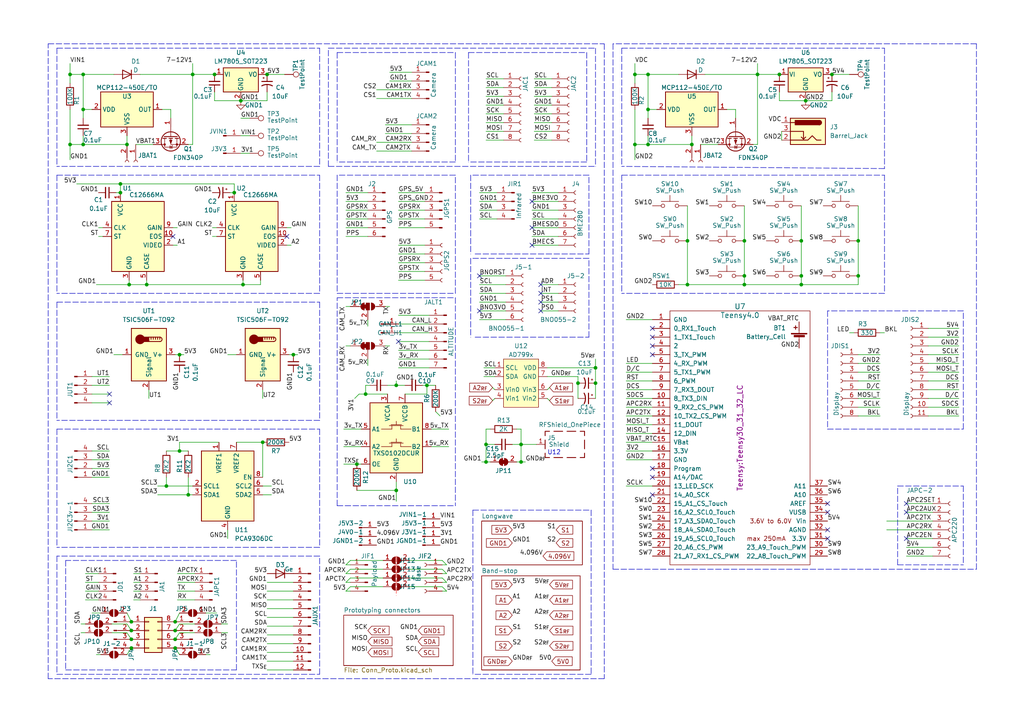
<source format=kicad_sch>
(kicad_sch (version 20211123) (generator eeschema)
  (paper "A4")
  (junction (at 232.41 80.01))
  (junction (at 20.32 41.91))
  (junction (at 42.545 82.55))
  (junction (at 24.13 41.91))
  (junction (at 62.23 21.59))
  (junction (at 54.61 143.51))
  (junction (at 199.39 69.85))
  (junction (at 248.92 80.01))
  (junction (at 219.71 21.59))
  (junction (at 38.1 182.88))
  (junction (at 226.06 21.59))
  (junction (at 215.9 82.55))
  (junction (at 140.97 128.905))
  (junction (at 52.07 102.87))
  (junction (at 232.41 82.55))
  (junction (at 233.68 29.21))
  (junction (at 215.9 80.01))
  (junction (at 106.045 114.3))
  (junction (at 70.485 82.55))
  (junction (at 184.15 21.59))
  (junction (at 151.13 133.985))
  (junction (at 187.96 41.91))
  (junction (at 199.39 82.55))
  (junction (at 248.92 69.85))
  (junction (at 232.41 69.85))
  (junction (at 103.505 134.62))
  (junction (at 55.88 21.59))
  (junction (at 20.32 21.59))
  (junction (at 37.465 82.55))
  (junction (at 241.3 21.59))
  (junction (at 215.9 69.85))
  (junction (at 67.945 55.88))
  (junction (at 24.13 31.75))
  (junction (at 114.935 111.76))
  (junction (at 52.07 130.81))
  (junction (at 50.8 185.42))
  (junction (at 172.72 106.68))
  (junction (at 36.83 41.91))
  (junction (at 187.96 31.75))
  (junction (at 34.925 53.34))
  (junction (at 50.8 187.96))
  (junction (at 123.825 111.76))
  (junction (at 167.64 111.125))
  (junction (at 69.85 29.21))
  (junction (at 114.935 142.24))
  (junction (at 140.97 133.985))
  (junction (at 172.72 111.125))
  (junction (at 24.13 21.59))
  (junction (at 38.1 185.42))
  (junction (at 50.8 182.88))
  (junction (at 76.2 128.27))
  (junction (at 85.09 102.87))
  (junction (at 38.1 187.96))
  (junction (at 38.1 180.34))
  (junction (at 50.8 180.34))
  (junction (at 34.925 55.88))
  (junction (at 77.47 21.59))
  (junction (at 151.13 128.905))
  (junction (at 48.26 140.97))
  (junction (at 184.15 41.91))
  (junction (at 187.96 21.59))
  (junction (at 200.66 41.91))
  (no_connect (at 109.22 226.06))
  (no_connect (at 189.23 143.51))
  (no_connect (at 109.22 233.68))
  (no_connect (at 139.065 80.01))
  (no_connect (at 156.845 82.55))
  (no_connect (at 156.845 85.09))
  (no_connect (at 139.065 90.17))
  (no_connect (at 156.845 87.63))
  (no_connect (at 156.845 90.17))
  (no_connect (at 31.75 116.84))
  (no_connect (at 31.75 114.3))
  (no_connect (at 262.89 156.21))
  (no_connect (at 115.57 99.06))
  (no_connect (at 109.22 223.52))
  (no_connect (at 189.23 102.87))
  (no_connect (at 262.89 148.59))
  (no_connect (at 240.03 156.21))
  (no_connect (at 83.185 68.58))
  (no_connect (at 50.165 68.58))
  (no_connect (at 154.305 58.42))
  (no_connect (at 154.305 71.12))
  (no_connect (at 154.305 66.04))
  (no_connect (at 189.23 95.25))
  (no_connect (at 189.23 97.79))
  (no_connect (at 189.23 100.33))
  (no_connect (at 240.03 153.67))
  (no_connect (at 240.03 146.05))
  (no_connect (at 240.03 148.59))
  (no_connect (at 189.23 135.89))
  (no_connect (at 189.23 138.43))
  (no_connect (at 262.89 146.05))
  (wire (pts (xy 257.175 151.13) (xy 270.51 151.13)))
  (wire (pts (xy 139.065 82.55) (xy 146.685 82.55)))
  (polyline (pts (xy 240.03 90.17) (xy 240.03 124.46)))
  (wire (pts (xy 115.57 66.04) (xy 123.19 66.04)))
  (wire (pts (xy 154.305 71.12) (xy 161.925 71.12)))
  (wire (pts (xy 119.38 26.035) (xy 109.22 26.035)))
  (wire (pts (xy 45.72 143.51) (xy 54.61 143.51)))
  (polyline (pts (xy 106.68 240.03) (xy 125.73 240.03)))
  (polyline (pts (xy 16.51 195.58) (xy 92.71 195.58)))
  (wire (pts (xy 31.75 148.59) (xy 26.67 148.59)))
  (wire (pts (xy 115.57 63.5) (xy 123.19 63.5)))
  (polyline (pts (xy 132.08 85.09) (xy 132.08 50.8)))
  (wire (pts (xy 219.71 21.59) (xy 226.06 21.59)))
  (wire (pts (xy 72.39 39.37) (xy 69.85 39.37)))
  (wire (pts (xy 51.435 166.37) (xy 56.515 166.37)))
  (wire (pts (xy 83.185 71.12) (xy 84.455 71.12)))
  (wire (pts (xy 256.54 96.52) (xy 255.27 96.52)))
  (wire (pts (xy 77.47 189.23) (xy 85.09 189.23)))
  (polyline (pts (xy 16.51 50.8) (xy 92.71 50.8)))
  (wire (pts (xy 111.76 100.33) (xy 113.03 100.33)))
  (wire (pts (xy 76.2 128.27) (xy 76.2 138.43)))
  (wire (pts (xy 151.13 128.905) (xy 151.13 133.985)))
  (wire (pts (xy 154.94 33.02) (xy 160.02 33.02)))
  (wire (pts (xy 255.27 118.11) (xy 248.92 118.11)))
  (wire (pts (xy 66.04 102.87) (xy 68.58 102.87)))
  (wire (pts (xy 128.27 167.64) (xy 118.745 167.64)))
  (wire (pts (xy 76.2 115.57) (xy 76.2 113.03)))
  (wire (pts (xy 187.96 39.37) (xy 187.96 41.91)))
  (wire (pts (xy 24.765 166.37) (xy 28.575 166.37)))
  (wire (pts (xy 189.23 118.11) (xy 181.61 118.11)))
  (wire (pts (xy 100.33 166.37) (xy 101.6 166.37)))
  (wire (pts (xy 139.7 133.985) (xy 140.97 133.985)))
  (wire (pts (xy 24.13 41.91) (xy 36.83 41.91)))
  (polyline (pts (xy 92.71 121.92) (xy 16.51 121.92)))
  (polyline (pts (xy 283.21 165.1) (xy 283.21 12.7)))
  (wire (pts (xy 24.13 39.37) (xy 24.13 41.91)))
  (wire (pts (xy 51.435 171.45) (xy 56.515 171.45)))
  (wire (pts (xy 31.75 114.3) (xy 26.67 114.3)))
  (wire (pts (xy 37.465 81.28) (xy 37.465 82.55)))
  (wire (pts (xy 62.23 29.21) (xy 69.85 29.21)))
  (wire (pts (xy 115.57 91.44) (xy 124.46 91.44)))
  (wire (pts (xy 199.39 69.85) (xy 199.39 82.55)))
  (polyline (pts (xy 180.34 13.97) (xy 256.54 13.97)))
  (wire (pts (xy 101.6 170.18) (xy 111.125 170.18)))
  (polyline (pts (xy 16.51 87.63) (xy 92.71 87.63)))
  (wire (pts (xy 51.435 173.99) (xy 56.515 173.99)))
  (wire (pts (xy 187.96 41.91) (xy 200.66 41.91)))
  (wire (pts (xy 181.61 140.97) (xy 189.23 140.97)))
  (wire (pts (xy 158.75 109.22) (xy 167.64 109.22)))
  (wire (pts (xy 61.595 68.58) (xy 62.865 68.58)))
  (wire (pts (xy 115.57 58.42) (xy 123.19 58.42)))
  (wire (pts (xy 161.925 85.09) (xy 156.845 85.09)))
  (wire (pts (xy 38.735 173.99) (xy 40.64 173.99)))
  (wire (pts (xy 139.065 80.01) (xy 146.685 80.01)))
  (wire (pts (xy 154.94 25.4) (xy 160.02 25.4)))
  (wire (pts (xy 184.15 31.75) (xy 184.15 41.91)))
  (wire (pts (xy 270.51 146.05) (xy 262.89 146.05)))
  (wire (pts (xy 27.94 82.55) (xy 37.465 82.55)))
  (wire (pts (xy 27.94 189.865) (xy 29.21 189.865)))
  (wire (pts (xy 115.57 96.52) (xy 124.46 96.52)))
  (wire (pts (xy 66.675 55.88) (xy 67.945 55.88)))
  (wire (pts (xy 255.27 115.57) (xy 248.92 115.57)))
  (wire (pts (xy 181.61 128.27) (xy 189.23 128.27)))
  (wire (pts (xy 116.84 223.52) (xy 109.22 223.52)))
  (wire (pts (xy 278.13 97.79) (xy 269.24 97.79)))
  (polyline (pts (xy 97.79 15.24) (xy 132.08 15.24)))
  (polyline (pts (xy 92.71 48.26) (xy 16.51 48.26)))
  (wire (pts (xy 24.765 180.975) (xy 23.495 180.975)))
  (wire (pts (xy 100.33 168.91) (xy 101.6 168.91)))
  (wire (pts (xy 140.97 133.985) (xy 142.24 133.985)))
  (polyline (pts (xy 177.8 165.1) (xy 283.21 165.1)))
  (wire (pts (xy 278.13 110.49) (xy 269.24 110.49)))
  (wire (pts (xy 28.575 68.58) (xy 29.845 68.58)))
  (wire (pts (xy 20.32 41.91) (xy 24.13 41.91)))
  (wire (pts (xy 31.75 133.35) (xy 26.67 133.35)))
  (wire (pts (xy 77.47 176.53) (xy 85.09 176.53)))
  (wire (pts (xy 103.505 142.24) (xy 114.935 142.24)))
  (polyline (pts (xy 180.34 50.8) (xy 256.54 50.8)))
  (wire (pts (xy 109.22 236.22) (xy 116.84 236.22)))
  (wire (pts (xy 181.61 123.19) (xy 189.23 123.19)))
  (polyline (pts (xy 97.79 50.8) (xy 97.79 85.09)))
  (wire (pts (xy 255.27 107.95) (xy 248.92 107.95)))
  (wire (pts (xy 100.33 60.96) (xy 106.68 60.96)))
  (wire (pts (xy 144.145 63.5) (xy 139.065 63.5)))
  (wire (pts (xy 215.9 69.85) (xy 215.9 80.01)))
  (wire (pts (xy 167.64 111.125) (xy 167.64 109.22)))
  (wire (pts (xy 115.57 55.88) (xy 123.19 55.88)))
  (wire (pts (xy 83.185 66.04) (xy 84.455 66.04)))
  (wire (pts (xy 140.335 109.22) (xy 143.51 109.22)))
  (wire (pts (xy 278.13 107.95) (xy 269.24 107.95)))
  (wire (pts (xy 129.54 166.37) (xy 128.27 165.1)))
  (wire (pts (xy 278.13 115.57) (xy 269.24 115.57)))
  (polyline (pts (xy 175.26 196.85) (xy 13.97 196.85)))
  (wire (pts (xy 226.06 29.21) (xy 233.68 29.21)))
  (wire (pts (xy 109.22 43.815) (xy 119.38 43.815)))
  (polyline (pts (xy 97.79 146.685) (xy 97.79 86.36)))
  (polyline (pts (xy 132.08 15.24) (xy 132.08 46.99)))
  (wire (pts (xy 241.3 21.59) (xy 246.38 21.59)))
  (wire (pts (xy 181.61 92.71) (xy 189.23 92.71)))
  (wire (pts (xy 270.51 148.59) (xy 262.89 148.59)))
  (wire (pts (xy 219.71 21.59) (xy 219.71 41.91)))
  (polyline (pts (xy 97.79 86.36) (xy 132.08 86.36)))
  (polyline (pts (xy 136.525 50.8) (xy 136.525 73.66)))
  (wire (pts (xy 33.02 21.59) (xy 24.13 21.59)))
  (wire (pts (xy 85.09 102.87) (xy 83.82 102.87)))
  (wire (pts (xy 154.94 22.86) (xy 160.02 22.86)))
  (wire (pts (xy 55.88 21.59) (xy 55.88 41.91)))
  (polyline (pts (xy 92.71 124.46) (xy 92.71 158.75)))
  (wire (pts (xy 154.305 55.88) (xy 161.925 55.88)))
  (wire (pts (xy 34.925 53.34) (xy 67.945 53.34)))
  (wire (pts (xy 31.75 130.81) (xy 26.67 130.81)))
  (wire (pts (xy 101.6 162.56) (xy 111.125 162.56)))
  (wire (pts (xy 151.13 128.905) (xy 155.575 128.905)))
  (polyline (pts (xy 16.51 124.46) (xy 16.51 158.75)))
  (wire (pts (xy 99.695 134.62) (xy 103.505 134.62)))
  (wire (pts (xy 116.84 231.14) (xy 109.22 231.14)))
  (wire (pts (xy 100.33 168.91) (xy 101.6 167.64)))
  (wire (pts (xy 77.47 168.91) (xy 85.09 168.91)))
  (wire (pts (xy 100.33 88.9) (xy 101.6 88.9)))
  (wire (pts (xy 100.33 163.83) (xy 101.6 163.83)))
  (polyline (pts (xy 13.97 196.85) (xy 13.97 12.7)))
  (polyline (pts (xy 170.815 74.93) (xy 136.525 74.93)))
  (wire (pts (xy 215.9 59.69) (xy 215.9 69.85)))
  (polyline (pts (xy 170.18 15.24) (xy 170.18 46.99)))
  (wire (pts (xy 130.175 124.46) (xy 125.095 124.46)))
  (wire (pts (xy 128.27 167.64) (xy 129.54 168.91)))
  (wire (pts (xy 38.735 166.37) (xy 40.64 166.37)))
  (wire (pts (xy 64.135 180.975) (xy 66.04 180.975)))
  (wire (pts (xy 116.84 228.6) (xy 109.22 228.6)))
  (wire (pts (xy 100.33 68.58) (xy 106.68 68.58)))
  (polyline (pts (xy 106.68 218.44) (xy 125.73 218.44)))
  (wire (pts (xy 181.61 107.95) (xy 189.23 107.95)))
  (polyline (pts (xy 16.51 13.97) (xy 16.51 48.26)))
  (wire (pts (xy 248.92 69.85) (xy 248.92 80.01)))
  (polyline (pts (xy 97.79 146.685) (xy 132.08 146.685)))
  (polyline (pts (xy 171.45 147.955) (xy 171.45 195.58)))
  (wire (pts (xy 187.96 31.75) (xy 187.96 34.29)))
  (wire (pts (xy 117.475 114.3) (xy 123.825 114.3)))
  (wire (pts (xy 172.72 104.14) (xy 172.72 106.68)))
  (polyline (pts (xy 92.71 158.75) (xy 16.51 158.75)))
  (wire (pts (xy 52.07 102.87) (xy 50.8 102.87)))
  (wire (pts (xy 129.54 171.45) (xy 128.27 171.45)))
  (wire (pts (xy 31.75 111.76) (xy 26.67 111.76)))
  (polyline (pts (xy 256.54 50.8) (xy 256.54 85.09)))
  (polyline (pts (xy 240.03 124.46) (xy 279.4 124.46)))
  (wire (pts (xy 123.825 111.76) (xy 123.825 114.3)))
  (wire (pts (xy 116.84 226.06) (xy 109.22 226.06)))
  (polyline (pts (xy 68.58 194.31) (xy 68.58 162.56)))
  (wire (pts (xy 77.47 26.67) (xy 77.47 29.21)))
  (wire (pts (xy 151.13 133.985) (xy 152.4 133.985)))
  (wire (pts (xy 172.72 111.125) (xy 172.72 115.57)))
  (wire (pts (xy 187.96 21.59) (xy 187.96 31.75)))
  (wire (pts (xy 181.61 105.41) (xy 189.23 105.41)))
  (wire (pts (xy 161.925 90.17) (xy 156.845 90.17)))
  (wire (pts (xy 31.75 135.89) (xy 26.67 135.89)))
  (wire (pts (xy 255.27 102.87) (xy 248.92 102.87)))
  (wire (pts (xy 106.045 111.76) (xy 106.045 114.3)))
  (polyline (pts (xy 16.51 124.46) (xy 92.71 124.46)))
  (wire (pts (xy 154.305 63.5) (xy 161.925 63.5)))
  (wire (pts (xy 50.165 66.04) (xy 51.435 66.04)))
  (wire (pts (xy 199.39 82.55) (xy 215.9 82.55)))
  (wire (pts (xy 154.305 66.04) (xy 161.925 66.04)))
  (wire (pts (xy 86.36 102.87) (xy 85.09 102.87)))
  (wire (pts (xy 241.3 26.67) (xy 241.3 29.21)))
  (wire (pts (xy 140.97 22.86) (xy 146.05 22.86)))
  (wire (pts (xy 114.935 142.24) (xy 114.935 145.415)))
  (wire (pts (xy 106.045 114.3) (xy 112.395 114.3)))
  (wire (pts (xy 54.61 143.51) (xy 55.88 143.51)))
  (wire (pts (xy 20.32 21.59) (xy 20.32 24.13)))
  (wire (pts (xy 140.97 133.985) (xy 140.97 128.905)))
  (wire (pts (xy 140.97 38.1) (xy 146.05 38.1)))
  (wire (pts (xy 215.9 82.55) (xy 232.41 82.55)))
  (polyline (pts (xy 137.16 147.955) (xy 171.45 147.955)))
  (wire (pts (xy 140.97 27.94) (xy 146.05 27.94)))
  (wire (pts (xy 52.07 180.975) (xy 50.8 182.88)))
  (wire (pts (xy 154.94 27.94) (xy 160.02 27.94)))
  (polyline (pts (xy 16.51 13.97) (xy 92.71 13.97)))
  (wire (pts (xy 140.97 124.46) (xy 140.97 128.905)))
  (wire (pts (xy 24.765 171.45) (xy 28.575 171.45)))
  (wire (pts (xy 36.83 180.975) (xy 38.1 182.88)))
  (polyline (pts (xy 92.71 161.29) (xy 16.51 161.29)))
  (wire (pts (xy 149.86 124.46) (xy 151.13 124.46)))
  (wire (pts (xy 184.15 21.59) (xy 187.96 21.59)))
  (wire (pts (xy 270.51 156.21) (xy 262.89 156.21)))
  (wire (pts (xy 31.75 146.05) (xy 26.67 146.05)))
  (wire (pts (xy 20.32 41.91) (xy 20.32 46.355)))
  (wire (pts (xy 37.465 82.55) (xy 42.545 82.55)))
  (polyline (pts (xy 92.71 13.97) (xy 92.71 48.26)))
  (polyline (pts (xy 95.25 13.97) (xy 172.72 13.97)))
  (wire (pts (xy 246.38 96.52) (xy 247.65 96.52)))
  (polyline (pts (xy 256.54 48.895) (xy 180.34 48.26)))
  (wire (pts (xy 20.32 18.415) (xy 20.32 21.59)))
  (wire (pts (xy 66.04 153.67) (xy 66.04 156.21)))
  (wire (pts (xy 142.875 112.395) (xy 143.51 113.03)))
  (wire (pts (xy 181.61 133.35) (xy 189.23 133.35)))
  (wire (pts (xy 52.07 130.81) (xy 52.07 128.27)))
  (wire (pts (xy 119.38 28.575) (xy 109.22 28.575)))
  (wire (pts (xy 142.24 124.46) (xy 140.97 124.46)))
  (polyline (pts (xy 279.4 90.17) (xy 240.03 90.17)))
  (wire (pts (xy 129.54 163.83) (xy 128.27 163.83)))
  (wire (pts (xy 56.515 183.515) (xy 52.07 183.515)))
  (wire (pts (xy 44.45 41.91) (xy 39.37 41.91)))
  (wire (pts (xy 28.575 66.04) (xy 29.845 66.04)))
  (wire (pts (xy 139.065 85.09) (xy 146.685 85.09)))
  (wire (pts (xy 139.065 92.71) (xy 146.685 92.71)))
  (wire (pts (xy 101.6 170.18) (xy 100.33 171.45)))
  (wire (pts (xy 77.47 181.61) (xy 85.09 181.61)))
  (wire (pts (xy 31.75 109.22) (xy 26.67 109.22)))
  (wire (pts (xy 77.47 184.15) (xy 85.09 184.15)))
  (wire (pts (xy 140.335 106.68) (xy 143.51 106.68)))
  (polyline (pts (xy 136.525 74.93) (xy 136.525 97.79)))
  (wire (pts (xy 154.94 30.48) (xy 160.02 30.48)))
  (wire (pts (xy 241.3 29.21) (xy 233.68 29.21)))
  (polyline (pts (xy 180.34 13.97) (xy 180.34 48.26)))
  (wire (pts (xy 219.71 18.415) (xy 219.71 21.59)))
  (wire (pts (xy 199.39 59.69) (xy 199.39 69.85)))
  (wire (pts (xy 38.735 171.45) (xy 40.64 171.45)))
  (wire (pts (xy 75.565 82.55) (xy 75.565 81.28)))
  (wire (pts (xy 151.13 124.46) (xy 151.13 128.905)))
  (wire (pts (xy 67.945 53.34) (xy 67.945 55.88)))
  (wire (pts (xy 184.15 21.59) (xy 184.15 24.13)))
  (wire (pts (xy 278.13 105.41) (xy 269.24 105.41)))
  (wire (pts (xy 158.75 106.68) (xy 172.72 106.68)))
  (wire (pts (xy 270.51 161.29) (xy 262.89 161.29)))
  (wire (pts (xy 77.47 186.69) (xy 85.09 186.69)))
  (wire (pts (xy 123.825 111.76) (xy 126.365 111.76)))
  (wire (pts (xy 248.92 80.01) (xy 248.92 82.55)))
  (wire (pts (xy 60.96 189.865) (xy 59.69 189.865)))
  (wire (pts (xy 140.97 33.02) (xy 146.05 33.02)))
  (wire (pts (xy 103.505 134.62) (xy 104.775 134.62)))
  (wire (pts (xy 52.07 180.975) (xy 56.515 180.975)))
  (polyline (pts (xy 132.08 50.8) (xy 97.79 50.8)))
  (polyline (pts (xy 114.935 161.29) (xy 114.935 172.72)) (stroke (width 0) (color 255 57 50 1)))
  (wire (pts (xy 24.13 21.59) (xy 24.13 31.75)))
  (wire (pts (xy 248.92 59.69) (xy 248.92 69.85)))
  (wire (pts (xy 257.175 153.67) (xy 270.51 153.67)))
  (wire (pts (xy 52.07 183.515) (xy 50.8 185.42)))
  (polyline (pts (xy 260.35 163.83) (xy 260.35 140.97)))
  (wire (pts (xy 232.41 69.85) (xy 232.41 80.01)))
  (wire (pts (xy 144.145 55.88) (xy 139.065 55.88)))
  (polyline (pts (xy 256.54 85.09) (xy 180.34 85.09)))
  (wire (pts (xy 24.13 31.75) (xy 24.13 34.29)))
  (wire (pts (xy 215.9 80.01) (xy 215.9 82.55)))
  (wire (pts (xy 184.15 18.415) (xy 184.15 21.59)))
  (wire (pts (xy 55.88 18.415) (xy 55.88 21.59)))
  (wire (pts (xy 78.74 143.51) (xy 76.2 143.51)))
  (wire (pts (xy 24.765 168.91) (xy 28.575 168.91)))
  (wire (pts (xy 140.97 40.64) (xy 146.05 40.64)))
  (wire (pts (xy 200.66 39.37) (xy 200.66 41.91)))
  (wire (pts (xy 115.57 60.96) (xy 123.19 60.96)))
  (wire (pts (xy 68.58 128.27) (xy 76.2 128.27)))
  (wire (pts (xy 115.57 101.6) (xy 124.46 101.6)))
  (wire (pts (xy 115.57 93.98) (xy 124.46 93.98)))
  (wire (pts (xy 278.13 100.33) (xy 269.24 100.33)))
  (wire (pts (xy 62.865 177.8) (xy 59.69 177.8)))
  (wire (pts (xy 52.07 128.27) (xy 63.5 128.27)))
  (wire (pts (xy 232.41 59.69) (xy 232.41 69.85)))
  (wire (pts (xy 77.47 21.59) (xy 82.55 21.59)))
  (wire (pts (xy 232.41 80.01) (xy 232.41 82.55)))
  (wire (pts (xy 154.305 60.96) (xy 161.925 60.96)))
  (wire (pts (xy 77.47 194.31) (xy 85.09 194.31)))
  (wire (pts (xy 278.13 95.25) (xy 269.24 95.25)))
  (polyline (pts (xy 170.815 50.8) (xy 136.525 50.8)))
  (wire (pts (xy 255.27 105.41) (xy 248.92 105.41)))
  (wire (pts (xy 46.99 31.75) (xy 49.53 31.75)))
  (wire (pts (xy 100.33 100.33) (xy 101.6 100.33)))
  (wire (pts (xy 101.6 165.1) (xy 100.33 166.37)))
  (wire (pts (xy 51.435 168.91) (xy 56.515 168.91)))
  (polyline (pts (xy 19.05 194.31) (xy 68.58 194.31)))
  (wire (pts (xy 114.935 110.49) (xy 114.935 111.76)))
  (wire (pts (xy 22.225 53.34) (xy 34.925 53.34)))
  (wire (pts (xy 61.595 66.04) (xy 62.865 66.04)))
  (wire (pts (xy 114.935 111.76) (xy 117.475 111.76)))
  (wire (pts (xy 38.1 180.34) (xy 36.83 177.8)))
  (wire (pts (xy 181.61 110.49) (xy 189.23 110.49)))
  (wire (pts (xy 184.15 41.91) (xy 184.15 46.355)))
  (wire (pts (xy 119.38 38.735) (xy 111.76 38.735)))
  (wire (pts (xy 144.145 60.96) (xy 139.065 60.96)))
  (wire (pts (xy 104.14 114.3) (xy 102.87 115.57)))
  (wire (pts (xy 219.71 41.91) (xy 218.44 41.91)))
  (wire (pts (xy 70.485 82.55) (xy 75.565 82.55)))
  (wire (pts (xy 77.47 173.99) (xy 85.09 173.99)))
  (wire (pts (xy 139.065 90.17) (xy 146.685 90.17)))
  (wire (pts (xy 122.555 111.76) (xy 123.825 111.76)))
  (wire (pts (xy 199.39 82.55) (xy 196.85 82.55)))
  (wire (pts (xy 196.85 21.59) (xy 187.96 21.59)))
  (wire (pts (xy 154.305 68.58) (xy 161.925 68.58)))
  (wire (pts (xy 100.33 171.45) (xy 101.6 171.45)))
  (polyline (pts (xy 279.4 140.97) (xy 279.4 163.83)))
  (wire (pts (xy 99.695 124.46) (xy 104.775 124.46)))
  (wire (pts (xy 115.57 106.68) (xy 124.46 106.68)))
  (polyline (pts (xy 170.18 46.99) (xy 135.89 46.99)))
  (wire (pts (xy 189.23 120.65) (xy 181.61 120.65)))
  (wire (pts (xy 64.135 183.515) (xy 66.04 183.515)))
  (wire (pts (xy 42.545 82.55) (xy 42.545 81.28)))
  (polyline (pts (xy 97.79 85.09) (xy 132.08 85.09)))
  (wire (pts (xy 140.97 25.4) (xy 146.05 25.4)))
  (polyline (pts (xy 180.34 50.8) (xy 180.34 85.09)))
  (polyline (pts (xy 132.08 86.36) (xy 132.08 146.685)))
  (polyline (pts (xy 135.89 15.24) (xy 170.18 15.24)))
  (wire (pts (xy 278.13 120.65) (xy 269.24 120.65)))
  (wire (pts (xy 142.875 116.205) (xy 143.51 115.57)))
  (wire (pts (xy 77.47 171.45) (xy 85.09 171.45)))
  (wire (pts (xy 181.61 130.81) (xy 189.23 130.81)))
  (wire (pts (xy 53.34 102.87) (xy 52.07 102.87)))
  (polyline (pts (xy 95.25 48.26) (xy 95.25 13.97)))
  (wire (pts (xy 100.33 163.83) (xy 101.6 162.56)))
  (wire (pts (xy 128.27 170.18) (xy 118.745 170.18)))
  (wire (pts (xy 49.53 31.75) (xy 49.53 34.29)))
  (wire (pts (xy 69.85 44.45) (xy 72.39 44.45)))
  (wire (pts (xy 77.47 179.07) (xy 85.09 179.07)))
  (wire (pts (xy 113.03 20.955) (xy 119.38 20.955)))
  (polyline (pts (xy 92.71 87.63) (xy 92.71 121.92)))
  (wire (pts (xy 161.925 82.55) (xy 156.845 82.55)))
  (wire (pts (xy 31.75 153.67) (xy 26.67 153.67)))
  (wire (pts (xy 34.925 53.34) (xy 34.925 55.88)))
  (polyline (pts (xy 97.79 15.24) (xy 97.79 46.99)))
  (wire (pts (xy 116.84 233.68) (xy 109.22 233.68)))
  (polyline (pts (xy 279.4 124.46) (xy 279.4 90.17)))
  (polyline (pts (xy 175.26 12.7) (xy 175.26 196.85)))
  (wire (pts (xy 181.61 125.73) (xy 189.23 125.73)))
  (wire (pts (xy 32.385 183.515) (xy 36.83 183.515)))
  (wire (pts (xy 172.72 106.68) (xy 172.72 111.125)))
  (wire (pts (xy 154.94 40.64) (xy 160.02 40.64)))
  (wire (pts (xy 115.57 81.28) (xy 123.19 81.28)))
  (wire (pts (xy 111.76 36.195) (xy 119.38 36.195)))
  (wire (pts (xy 111.76 88.9) (xy 113.03 88.9)))
  (wire (pts (xy 69.85 34.29) (xy 72.39 34.29)))
  (wire (pts (xy 55.88 41.91) (xy 54.61 41.91)))
  (wire (pts (xy 248.92 120.65) (xy 255.27 120.65)))
  (wire (pts (xy 115.57 78.74) (xy 123.19 78.74)))
  (polyline (pts (xy 177.8 12.7) (xy 177.8 165.1)))
  (wire (pts (xy 100.33 63.5) (xy 106.68 63.5)))
  (wire (pts (xy 26.67 177.8) (xy 29.21 177.8)))
  (wire (pts (xy 106.045 114.3) (xy 104.14 114.3)))
  (wire (pts (xy 154.305 58.42) (xy 161.925 58.42)))
  (wire (pts (xy 129.54 166.37) (xy 128.27 166.37)))
  (wire (pts (xy 114.935 139.7) (xy 114.935 142.24)))
  (polyline (pts (xy 16.51 50.8) (xy 16.51 85.09)))
  (wire (pts (xy 40.64 21.59) (xy 55.88 21.59)))
  (wire (pts (xy 43.18 115.57) (xy 43.18 113.03)))
  (wire (pts (xy 106.68 94.615) (xy 106.68 92.71)))
  (wire (pts (xy 52.07 130.81) (xy 54.61 130.81)))
  (wire (pts (xy 262.89 158.75) (xy 270.51 158.75)))
  (polyline (pts (xy 16.51 87.63) (xy 16.51 121.92)))
  (wire (pts (xy 99.695 129.54) (xy 104.775 129.54)))
  (wire (pts (xy 100.33 66.04) (xy 106.68 66.04)))
  (wire (pts (xy 115.57 104.14) (xy 124.46 104.14)))
  (wire (pts (xy 36.83 180.975) (xy 32.385 180.975)))
  (wire (pts (xy 77.47 29.21) (xy 69.85 29.21)))
  (polyline (pts (xy 13.97 12.7) (xy 175.26 12.7)))
  (wire (pts (xy 70.485 82.55) (xy 70.485 81.28)))
  (wire (pts (xy 130.175 129.54) (xy 125.095 129.54)))
  (wire (pts (xy 109.22 41.275) (xy 119.38 41.275)))
  (polyline (pts (xy 283.21 12.7) (xy 177.8 12.7)))
  (wire (pts (xy 143.51 128.905) (xy 140.97 128.905)))
  (wire (pts (xy 24.765 183.515) (xy 23.495 183.515)))
  (wire (pts (xy 129.54 168.91) (xy 128.27 168.91)))
  (polyline (pts (xy 68.58 162.56) (xy 19.05 162.56)))
  (wire (pts (xy 50.165 71.12) (xy 51.435 71.12)))
  (wire (pts (xy 101.6 167.64) (xy 111.125 167.64)))
  (wire (pts (xy 226.695 38.1) (xy 226.695 40.64)))
  (wire (pts (xy 100.33 55.88) (xy 106.68 55.88)))
  (wire (pts (xy 119.38 23.495) (xy 113.03 23.495)))
  (wire (pts (xy 116.84 238.76) (xy 109.22 238.76)))
  (wire (pts (xy 62.23 26.67) (xy 62.23 29.21)))
  (wire (pts (xy 20.32 31.75) (xy 20.32 41.91)))
  (wire (pts (xy 38.1 187.96) (xy 36.83 189.865)))
  (wire (pts (xy 115.57 71.12) (xy 123.19 71.12)))
  (wire (pts (xy 115.57 99.06) (xy 124.46 99.06)))
  (wire (pts (xy 31.75 138.43) (xy 26.67 138.43)))
  (polyline (pts (xy 92.71 195.58) (xy 92.71 161.29)))
  (wire (pts (xy 128.27 162.56) (xy 129.54 163.83)))
  (wire (pts (xy 48.26 140.97) (xy 55.88 140.97)))
  (polyline (pts (xy 135.89 15.24) (xy 135.89 46.99)))
  (polyline (pts (xy 92.71 85.09) (xy 16.51 85.09)))
  (wire (pts (xy 158.75 113.03) (xy 159.385 112.395)))
  (wire (pts (xy 149.86 133.985) (xy 151.13 133.985)))
  (polyline (pts (xy 256.54 13.97) (xy 256.54 48.895)))
  (wire (pts (xy 140.97 30.48) (xy 146.05 30.48)))
  (wire (pts (xy 78.74 140.97) (xy 76.2 140.97)))
  (wire (pts (xy 232.41 82.55) (xy 248.92 82.55)))
  (polyline (pts (xy 19.05 162.56) (xy 19.05 194.31)))
  (wire (pts (xy 42.545 82.55) (xy 70.485 82.55)))
  (polyline (pts (xy 260.35 163.83) (xy 279.4 163.83)))
  (wire (pts (xy 210.82 31.75) (xy 213.36 31.75)))
  (wire (pts (xy 139.065 87.63) (xy 146.685 87.63)))
  (wire (pts (xy 158.75 115.57) (xy 159.385 116.205)))
  (wire (pts (xy 127.635 120.65) (xy 126.365 119.38)))
  (wire (pts (xy 100.33 58.42) (xy 106.68 58.42)))
  (wire (pts (xy 144.145 58.42) (xy 139.065 58.42)))
  (wire (pts (xy 161.925 87.63) (xy 156.845 87.63)))
  (wire (pts (xy 101.6 165.1) (xy 111.125 165.1)))
  (wire (pts (xy 128.27 165.1) (xy 118.745 165.1)))
  (wire (pts (xy 33.655 55.88) (xy 34.925 55.88)))
  (wire (pts (xy 204.47 21.59) (xy 219.71 21.59)))
  (wire (pts (xy 77.47 191.77) (xy 85.09 191.77)))
  (wire (pts (xy 128.27 162.56) (xy 118.745 162.56)))
  (polyline (pts (xy 171.45 195.58) (xy 137.16 195.58)))
  (wire (pts (xy 184.15 41.91) (xy 187.96 41.91)))
  (wire (pts (xy 24.765 173.99) (xy 28.575 173.99)))
  (polyline (pts (xy 106.68 240.03) (xy 106.68 218.44)))
  (wire (pts (xy 213.36 31.75) (xy 213.36 34.29)))
  (wire (pts (xy 255.27 110.49) (xy 248.92 110.49)))
  (polyline (pts (xy 132.08 46.99) (xy 97.79 46.99)))
  (wire (pts (xy 54.61 138.43) (xy 54.61 143.51)))
  (wire (pts (xy 107.315 111.76) (xy 106.045 111.76)))
  (wire (pts (xy 36.83 39.37) (xy 36.83 41.91)))
  (wire (pts (xy 55.88 21.59) (xy 62.23 21.59)))
  (wire (pts (xy 154.94 35.56) (xy 160.02 35.56)))
  (wire (pts (xy 45.72 140.97) (xy 48.26 140.97)))
  (wire (pts (xy 106.68 106.045) (xy 106.68 104.14)))
  (polyline (pts (xy 125.73 218.44) (xy 125.73 240.03)))
  (polyline (pts (xy 137.795 97.79) (xy 170.815 97.79)))
  (wire (pts (xy 140.97 35.56) (xy 146.05 35.56)))
  (wire (pts (xy 129.54 171.45) (xy 128.27 170.18)))
  (polyline (pts (xy 92.71 50.8) (xy 92.71 85.09)))
  (wire (pts (xy 115.57 76.2) (xy 123.19 76.2)))
  (wire (pts (xy 24.13 31.75) (xy 26.67 31.75)))
  (polyline (pts (xy 95.25 48.26) (xy 172.72 48.26)))
  (wire (pts (xy 181.61 113.03) (xy 189.23 113.03)))
  (wire (pts (xy 226.06 26.67) (xy 226.06 29.21)))
  (wire (pts (xy 50.8 187.96) (xy 52.07 189.865)))
  (wire (pts (xy 148.59 128.905) (xy 151.13 128.905)))
  (wire (pts (xy 278.13 118.11) (xy 269.24 118.11)))
  (wire (pts (xy 112.395 111.76) (xy 114.935 111.76)))
  (polyline (pts (xy 172.72 13.97) (xy 172.72 48.26)))
  (polyline (pts (xy 16.51 161.29) (xy 16.51 195.58)))
  (wire (pts (xy 33.02 102.87) (xy 35.56 102.87)))
  (wire (pts (xy 278.13 102.87) (xy 269.24 102.87)))
  (wire (pts (xy 36.83 183.515) (xy 38.1 185.42)))
  (polyline (pts (xy 170.815 73.66) (xy 170.815 50.8)))
  (wire (pts (xy 181.61 115.57) (xy 189.23 115.57)))
  (wire (pts (xy 255.27 113.03) (xy 248.92 113.03)))
  (wire (pts (xy 48.26 138.43) (xy 48.26 140.97)))
  (wire (pts (xy 50.8 180.34) (xy 52.07 177.8)))
  (wire (pts (xy 278.13 113.03) (xy 269.24 113.03)))
  (wire (pts (xy 38.735 168.91) (xy 40.64 168.91)))
  (wire (pts (xy 31.75 116.84) (xy 26.67 116.84)))
  (wire (pts (xy 48.26 130.81) (xy 52.07 130.81)))
  (polyline (pts (xy 260.35 140.97) (xy 279.4 140.97)))
  (wire (pts (xy 31.75 151.13) (xy 26.67 151.13)))
  (polyline (pts (xy 170.815 97.79) (xy 170.815 74.93)))
  (wire (pts (xy 20.32 21.59) (xy 24.13 21.59)))
  (wire (pts (xy 167.64 111.125) (xy 167.64 115.57)))
  (polyline (pts (xy 137.16 147.955) (xy 137.16 195.58)))
  (wire (pts (xy 115.57 73.66) (xy 123.19 73.66)))
  (wire (pts (xy 154.94 38.1) (xy 160.02 38.1)))
  (polyline (pts (xy 137.795 73.66) (xy 170.815 73.66)))
  (wire (pts (xy 187.96 31.75) (xy 190.5 31.75)))
  (wire (pts (xy 203.2 41.91) (xy 208.28 41.91)))
  (text "\nU12" (at 158.75 132.08 0) (effects (font (size 1.27 1.27)) (justify left bottom)))
  (label "SW3" (at 205.74 80.01 180))
  (label "SCL3" (at 45.72 140.97 180))
  (label "GND1" (at 115.57 106.68 0))
  (label "SDA3" (at 45.72 143.51 180))
  (label "CAM2TX" (at 111.76 43.815 0))
  (label "5V3" (at 109.22 236.22 0))
  (label "GND1" (at 31.75 153.67 180))
  (label "RST" (at 255.27 110.49 180))
  (label "LED" (at 181.61 105.41 0))
  (label "MOSI_T" (at 181.61 123.19 0))
  (label "A2_{RF}" (at 159.385 178.435 180))
  (label "RST" (at 181.61 110.49 0))
  (label "SDA" (at 154.305 68.58 0))
  (label "5V3" (at 127.635 120.65 0))
  (label "GND1" (at 109.22 238.76 0))
  (label "GND1" (at 139.7 133.985 180))
  (label "MOSI" (at 154.94 38.1 0))
  (label "3v_TX" (at 115.57 101.6 0))
  (label "S1" (at 38.735 166.37 0))
  (label "APC2RX" (at 262.89 153.67 0))
  (label "VBAT_RTC" (at 181.61 128.27 0))
  (label "SW10" (at 189.23 146.05 180))
  (label "RX" (at 51.435 173.99 0))
  (label "GND1" (at 26.67 177.8 0))
  (label "3V1" (at 69.85 44.45 0))
  (label "7-12V1" (at 55.88 18.415 180))
  (label "SCL" (at 140.97 22.86 0))
  (label "SW1" (at 189.23 151.13 180))
  (label "5V3" (at 139.065 55.88 0))
  (label "GND2" (at 129.54 163.83 0))
  (label "BME3VO" (at 154.305 58.42 0))
  (label "5V_{RF}" (at 159.385 169.545 180))
  (label "GND1" (at 85.09 107.95 270))
  (label "SDA" (at 139.065 60.96 0))
  (label "BNORST" (at 139.065 80.01 0))
  (label "CAM2TX" (at 77.47 186.69 180))
  (label "GND1" (at 69.85 34.29 0))
  (label "GND1" (at 114.935 110.49 0))
  (label "5V3" (at 77.47 21.59 0))
  (label "APCRX" (at 51.435 168.91 0))
  (label "SCLK" (at 181.61 140.97 0))
  (label "GND2" (at 181.61 133.35 0))
  (label "SCL" (at 140.335 106.68 0))
  (label "MOSI_T" (at 278.13 107.95 180))
  (label "UT1" (at 43.18 115.57 0))
  (label "3V2" (at 181.61 130.81 0))
  (label "CAM_RX" (at 100.33 100.33 270))
  (label "APC2RX" (at 129.54 168.91 0))
  (label "GPS_5V" (at 115.57 55.88 0))
  (label "PPS" (at 100.33 68.58 0))
  (label "GND2" (at 226.695 40.64 180))
  (label "3V2" (at 255.27 102.87 180))
  (label "BMESDO" (at 154.305 66.04 0))
  (label "VDC" (at 226.695 35.56 180))
  (label "A2" (at 84.455 71.12 0))
  (label "GAIN" (at 24.765 171.45 0))
  (label "GND1" (at 115.57 73.66 0))
  (label "5V3" (at 60.96 189.865 180))
  (label "GPSRX" (at 115.57 76.2 0))
  (label "GND2" (at 278.13 100.33 180))
  (label "GND1" (at 77.47 168.91 180))
  (label "APCRX" (at 109.22 231.14 0))
  (label "5V3" (at 140.97 27.94 0))
  (label "MOSI" (at 106.68 189.23 180))
  (label "GND1" (at 100.33 163.83 180))
  (label "SDA" (at 154.94 25.4 0))
  (label "MISO" (at 106.68 186.055 180))
  (label "CAM_TX" (at 100.33 88.9 270))
  (label "PS0" (at 156.845 90.17 0))
  (label "5V3" (at 148.59 153.67 0))
  (label "SDA" (at 121.285 186.055 180))
  (label "GPS_GND" (at 115.57 58.42 0))
  (label "GND2" (at 189.23 82.55 180))
  (label "5V3" (at 154.94 27.94 0))
  (label "5V3" (at 83.82 128.27 0))
  (label "GAIN" (at 51.435 66.04 0))
  (label "5V3" (at 113.03 20.955 0))
  (label "LED" (at 246.38 96.52 180))
  (label "GND1" (at 114.935 145.415 180))
  (label "MISO_T" (at 278.13 105.41 180))
  (label "GND2" (at 233.68 29.21 0))
  (label "CAM1RX" (at 119.38 26.035 180))
  (label "SW4" (at 222.25 59.69 180))
  (label "3v_RX" (at 115.57 104.14 0))
  (label "APC2EN" (at 262.89 156.21 0))
  (label "GND2" (at 262.89 161.29 0))
  (label "SCL" (at 139.065 82.55 0))
  (label "GND1" (at 66.04 102.87 180))
  (label "GND2" (at 231.775 100.965 180))
  (label "GND1" (at 69.85 29.21 0))
  (label "S2" (at 161.29 157.48 180))
  (label "VIN1" (at 69.85 39.37 0))
  (label "GND1" (at 139.065 87.63 0))
  (label "PPS" (at 115.57 81.28 0))
  (label "GND_{RF}" (at 148.59 191.77 0))
  (label "APCAUX" (at 109.22 226.06 0))
  (label "SW5" (at 222.25 69.85 180))
  (label "5V3" (at 115.57 91.44 0))
  (label "UT2" (at 76.2 115.57 0))
  (label "5V_{RF}" (at 172.72 104.14 180))
  (label "MOSI" (at 140.97 38.1 0))
  (label "MOSI" (at 77.47 171.45 180))
  (label "5V3" (at 127.635 153.035 0))
  (label "APC2SET" (at 262.89 146.05 0))
  (label "APCTX" (at 51.435 166.37 0))
  (label "GND1" (at 20.32 46.355 0))
  (label "CAM1RX" (at 77.47 189.23 180))
  (label "A2" (at 148.59 178.435 0))
  (label "CAM2RX" (at 77.47 184.15 180))
  (label "SDA" (at 78.74 143.51 0))
  (label "GND1" (at 111.76 38.735 0))
  (label "VDC" (at 184.15 18.415 0))
  (label "CLK2" (at 24.765 173.99 0))
  (label "GPSRX" (at 100.33 60.96 0))
  (label "5V3" (at 31.75 135.89 180))
  (label "GPSRX" (at 115.57 60.96 0))
  (label "GND1" (at 113.03 23.495 0))
  (label "DCS" (at 181.61 113.03 0))
  (label "TXS_{E}" (at 99.695 134.62 0))
  (label "BMECS" (at 154.305 71.12 0))
  (label "SW4" (at 240.03 140.97 0))
  (label "SW0" (at 189.23 69.85 180))
  (label "TXS_{E}" (at 77.47 194.31 180))
  (label "SDA" (at 31.75 133.35 180))
  (label "5V3" (at 100.33 171.45 180))
  (label "5V3" (at 111.76 36.195 0))
  (label "SCLK" (at 255.27 118.11 180))
  (label "MISO" (at 154.94 35.56 0))
  (label "SW3" (at 189.23 156.21 180))
  (label "CS1" (at 109.22 28.575 180))
  (label "APC2TX" (at 262.89 151.13 0))
  (label "VIN1" (at 127.635 150.495 0))
  (label "GND1" (at 127.635 158.115 0))
  (label "BKL" (at 255.27 120.65 180))
  (label "GPSTX" (at 100.33 63.5 0))
  (label "GAIN" (at 84.455 66.04 0))
  (label "5V3" (at 22.225 53.34 180))
  (label "5V3" (at 154.305 55.88 0))
  (label "5V3" (at 53.34 102.87 0))
  (label "5V3" (at 86.36 102.87 0))
  (label "SCL3" (at 31.75 146.05 180))
  (label "4.096V" (at 109.22 155.575 0))
  (label "3V1" (at 127.635 155.575 0))
  (label "5v_TX" (at 106.68 94.615 180))
  (label "VIN1" (at 20.32 18.415 0))
  (label "SW8" (at 240.03 161.29 0))
  (label "SCL" (at 121.285 189.23 180))
  (label "S2" (at 38.735 171.45 0))
  (label "5V3" (at 77.47 166.37 180))
  (label "VBAT_RTC" (at 231.775 93.345 180))
  (label "RST" (at 278.13 113.03 180))
  (label "GND1" (at 100.33 55.88 0))
  (label "SW6" (at 240.03 143.51 0))
  (label "3V2" (at 278.13 97.79 180))
  (label "SDA" (at 23.495 180.975 90))
  (label "CAM_RX" (at 109.22 41.275 180))
  (label "DCS" (at 278.13 110.49 180))
  (label "GND_{RF}" (at 152.4 133.985 0))
  (label "3V1" (at 31.75 151.13 180))
  (label "D{slash}C" (at 181.61 107.95 0))
  (label "GND1" (at 62.865 177.8 180))
  (label "SCL" (at 154.94 22.86 0))
  (label "GND1" (at 154.305 60.96 0))
  (label "GND1" (at 100.33 66.04 0))
  (label "SDA" (at 139.065 85.09 0))
  (label "A1" (at 51.435 71.12 0))
  (label "APC2TX" (at 129.54 166.37 0))
  (label "SDA" (at 140.97 25.4 0))
  (label "CAM_TX" (at 109.22 43.815 180))
  (label "GND_{RF}" (at 165.735 109.22 180))
  (label "SDA" (at 140.335 109.22 0))
  (label "5v_RX" (at 106.68 106.045 180))
  (label "APC2AUX" (at 262.89 148.59 0))
  (label "SW7" (at 238.76 59.69 180))
  (label "S1" (at 161.29 153.67 180))
  (label "SDCS" (at 181.61 115.57 0))
  (label "CS2" (at 109.22 26.035 180))
  (label "D{slash}C" (at 278.13 115.57 180))
  (label "CLK1" (at 24.765 166.37 0))
  (label "SCL" (at 139.065 63.5 0))
  (label "GND1" (at 28.575 55.88 180))
  (label "BKL" (at 278.13 120.65 180))
  (label "CAM1TX" (at 77.47 191.77 180))
  (label "MISO" (at 140.97 35.56 0))
  (label "SCK" (at 140.97 33.02 0))
  (label "5v_TX" (at 130.175 124.46 180))
  (label "GND1" (at 148.59 157.48 0))
  (label "APCTX" (at 109.22 228.6 0))
  (label "A1" (at 38.735 168.91 0))
  (label "APC2TX" (at 181.61 120.65 0))
  (label "APC2RX" (at 181.61 118.11 0))
  (label "SW10" (at 189.23 59.69 180))
  (label "MISO" (at 77.47 176.53 180))
  (label "5V4" (at 129.54 171.45 0))
  (label "3v_TX" (at 99.695 124.46 0))
  (label "A1" (at 148.59 173.99 0))
  (label "S2_{RF}" (at 159.385 187.325 180))
  (label "TX" (at 113.03 88.9 270))
  (label "SW9" (at 240.03 158.75 0))
  (label "5V0" (at 160.02 191.77 180))
  (label "SW1" (at 205.74 59.69 180))
  (label "SDA3" (at 66.04 180.975 90))
  (label "TX" (at 51.435 171.45 0))
  (label "GND1" (at 33.02 102.87 180))
  (label "PPS" (at 115.57 66.04 0))
  (label "S1" (at 148.59 182.88 0))
  (label "SCL3" (at 66.04 183.515 270))
  (label "APCTX" (at 100.33 168.91 180))
  (label "INT" (at 156.845 85.09 0))
  (label "SW0" (at 189.23 148.59 180))
  (label "CAM1TX" (at 119.38 28.575 180))
  (label "GND1" (at 121.285 182.88 180))
  (label "UT1" (at 31.75 109.22 180))
  (label "CAM2RX" (at 111.76 41.275 0))
  (label "3V1" (at 52.07 128.27 180))
  (label "5V4" (at 241.3 21.59 0))
  (label "VBAT2" (at 203.2 41.91 0))
  (label "SW7" (at 189.23 161.29 180))
  (label "SCL" (at 23.495 183.515 270))
  (label "CAN_L" (at 119.38 93.98 0))
  (label "GPSTX" (at 115.57 63.5 0))
  (label "ST" (at 24.765 168.91 0))
  (label "GND2" (at 184.15 46.355 0))
  (label "RX" (at 113.03 100.33 270))
  (label "SCLK" (at 278.13 102.87 180))
  (label "ST" (at 28.575 68.58 180))
  (label "VBAT1" (at 39.37 41.91 0))
  (label "4.096V" (at 157.48 161.29 180))
  (label "SCK" (at 154.94 33.02 0))
  (label "ADR" (at 156.845 82.55 0))
  (label "BNO3VO" (at 139.065 90.17 0))
  (label "D{slash}C" (at 255.27 113.03 180))
  (label "SW9" (at 238.76 80.01 180))
  (label "A1_{RF}" (at 159.385 173.99 180))
  (label "5V3" (at 109.22 153.035 0))
  (label "SCL" (at 77.47 179.07 180))
  (label "GND1" (at 27.94 82.55 180))
  (label "GND1" (at 109.22 158.115 0))
  (label "MISO_T" (at 181.61 125.73 0))
  (label "PS1" (at 156.845 87.63 0))
  (label "3V1" (at 102.87 115.57 270))
  (label "GND2" (at 181.61 92.71 0))
  (label "SCL" (at 31.75 130.81 180))
  (label "A2" (at 38.735 173.99 0))
  (label "3v_RX" (at 99.695 129.54 0))
  (label "5V4" (at 278.13 95.25 180))
  (label "GPSTX" (at 115.57 78.74 0))
  (label "SDCS" (at 278.13 118.11 180))
  (label "CS1" (at 140.97 40.64 0))
  (label "SW2" (at 189.23 153.67 180))
  (label "GND1" (at 31.75 138.43 180))
  (label "SW8" (at 238.76 69.85 180))
  (label "CLK2" (at 61.595 66.04 180))
  (label "UT2" (at 31.75 111.76 180))
  (label "SW2" (at 205.74 69.85 180))
  (label "S1_{RF}" (at 159.385 182.88 180))
  (label "SDA" (at 77.47 181.61 180))
  (label "GND1" (at 52.07 107.95 270))
  (label "SW5" (at 189.23 158.75 180))
  (label "GND1" (at 66.04 156.21 180))
  (label "5V4" (at 262.89 158.75 0))
  (label "APCSET" (at 109.22 223.52 0))
  (label "GND1" (at 154.94 30.48 0))
  (label "SCL" (at 78.74 140.97 0))
  (label "5V3" (at 115.57 71.12 0))
  (label "BKL" (at 256.54 96.52 0))
  (label "7-12V2" (at 219.71 18.415 180))
  (label "ST" (at 61.595 68.58 180))
  (label "GND1" (at 139.065 58.42 0))
  (label "GND2" (at 255.27 105.41 180))
  (label "SW6" (at 222.25 80.01 180))
  (label "GND1" (at 61.595 55.88 180))
  (label "SCL" (at 154.305 63.5 0))
  (label "APCEN" (at 109.22 233.68 0))
  (label "MOSI_T" (at 255.27 115.57 180))
  (label "SDA3" (at 31.75 148.59 180))
  (label "S2" (at 148.59 187.325 0))
  (label "5V3" (at 148.59 169.545 0))
  (label "CS2" (at 154.94 40.64 0))
  (label "5V3" (at 27.94 189.865 0))
  (label "5V3" (at 139.065 92.71 0))
  (label "APCRX" (at 100.33 166.37 180))
  (label "CLK1" (at 28.575 66.04 180))
  (label "SCK" (at 77.47 173.99 180))
  (label "DCS" (at 255.27 107.95 180))
  (label "GND1" (at 140.97 30.48 0))
  (label "CAN_H" (at 119.38 96.52 0))
  (label "5V3" (at 100.33 58.42 0))
  (label "SCK" (at 106.68 182.88 180))
  (label "5V4" (at 240.03 151.13 0))
  (label "5v_RX" (at 130.175 129.54 180))
  (global_label "SCK" (shape input) (at 106.68 182.88 0) (property "Intersheet References" "${INTERSHEET_REFS}" (effects hide)))
  (global_label "GND1" (shape input) (at 148.59 157.48 180) (property "Intersheet References" "${INTERSHEET_REFS}" (effects hide)))
  (global_label "A1_{RF}" (shape input) (at 159.385 112.395 0) (property "Intersheet References" "${INTERSHEET_REFS}" (effects hide)))
  (global_label "S2" (shape input) (at 161.29 157.48 0) (property "Intersheet References" "${INTERSHEET_REFS}" (effects hide)))
  (global_label "S1_{RF}" (shape input) (at 159.385 182.88 0) (property "Intersheet References" "${INTERSHEET_REFS}" (effects hide)))
  (global_label "SCL" (shape input) (at 121.285 189.23 0) (property "Intersheet References" "${INTERSHEET_REFS}" (effects hide)))
  (global_label "S2_{RF}" (shape input) (at 159.385 187.325 0) (property "Intersheet References" "${INTERSHEET_REFS}" (effects hide)))
  (global_label "GND_{RF}" (shape input) (at 148.59 191.77 180) (property "Intersheet References" "${INTERSHEET_REFS}" (effects hide)))
  (global_label "4.096V" (shape input) (at 157.48 161.29 0) (property "Intersheet References" "${INTERSHEET_REFS}" (effects hide)))
  (global_label "A2" (shape input) (at 148.59 178.435 180) (property "Intersheet References" "${INTERSHEET_REFS}" (effects hide)))
  (global_label "S1" (shape input) (at 161.29 153.67 0) (property "Intersheet References" "${INTERSHEET_REFS}" (effects hide)))
  (global_label "S1" (shape input) (at 148.59 182.88 180) (property "Intersheet References" "${INTERSHEET_REFS}" (effects hide)))
  (global_label "GND1" (shape input) (at 121.285 182.88 0) (property "Intersheet References" "${INTERSHEET_REFS}" (effects hide)))
  (global_label "S2_{RF}" (shape input) (at 142.875 116.205 180) (property "Intersheet References" "${INTERSHEET_REFS}" (effects hide)))
  (global_label "S1_{RF}" (shape input) (at 159.385 116.205 0) (property "Intersheet References" "${INTERSHEET_REFS}" (effects hide)))
  (global_label "5V3" (shape input) (at 148.59 169.545 180) (property "Intersheet References" "${INTERSHEET_REFS}" (effects hide)))
  (global_label "A2_{RF}" (shape input) (at 142.875 112.395 180) (property "Intersheet References" "${INTERSHEET_REFS}" (effects hide)))
  (global_label "MISO" (shape input) (at 106.68 186.055 0) (property "Intersheet References" "${INTERSHEET_REFS}" (effects hide)))
  (global_label "5V_{RF}" (shape input) (at 159.385 169.545 0) (property "Intersheet References" "${INTERSHEET_REFS}" (effects hide)))
  (global_label "S2" (shape input) (at 148.59 187.325 180) (property "Intersheet References" "${INTERSHEET_REFS}" (effects hide)))
  (global_label "5V0" (shape input) (at 160.02 191.77 0) (property "Intersheet References" "${INTERSHEET_REFS}" (effects hide)))
  (global_label "SDA" (shape input) (at 121.285 186.055 0) (property "Intersheet References" "${INTERSHEET_REFS}" (effects hide)))
  (global_label "MOSI" (shape input) (at 106.68 189.23 0) (property "Intersheet References" "${INTERSHEET_REFS}" (effects hide)))
  (global_label "A1" (shape input) (at 148.59 173.99 180) (property "Intersheet References" "${INTERSHEET_REFS}" (effects hide)))
  (global_label "5V3" (shape input) (at 148.59 153.67 180) (property "Intersheet References" "${INTERSHEET_REFS}" (effects hide)))
  (global_label "A2_{RF}" (shape input) (at 159.385 178.435 0) (property "Intersheet References" "${INTERSHEET_REFS}" (effects hide)))
  (global_label "A1_{RF}" (shape input) (at 159.385 173.99 0) (property "Intersheet References" "${INTERSHEET_REFS}" (effects hide)))
  (symbol (lib_id "Connector:Conn_01x05_Female") (at 128.27 76.2 0) (unit 1)
    (property "Reference" "JGPS2" (at 129.54 78.74 90) (effects (justify left)))
    (property "Value" "GPS" (effects hide))
    (property "Footprint" "Connector_PinSocket_2.54mm:PinSocket_1x05_P2.54mm_Vertical" (effects hide))
  )
  (symbol (lib_id "Connector:Conn_01x01_Male") (at 122.555 155.575 0) (mirror x) (unit 1)
    (property "Reference" "J3V1-1" (at 123.825 154.305 0) (effects (justify right)))
    (property "Value" "Conn_01x01_Male" (effects hide))
    (property "Footprint" "Connector_PinHeader_2.54mm:PinHeader_1x01_P2.54mm_Vertical" (effects hide))
  )
  (symbol (lib_id "Connector:TestPoint") (at 72.39 39.37 270) (unit 1)
    (property "Reference" "TP2" (at 77.47 38.1 90) (effects (justify left)))
    (property "Value" "TestPoint" (at 77.47 40.005 90) (effects (justify left)))
    (property "Footprint" "TestPoint:TestPoint_Keystone_5000-5004_Miniature" (effects hide))
  )
  (symbol (lib_id "Mechanical:MountingHole") (at 251.46 232.41 0) (unit 1) (in_bom no)
    (property "Reference" "H11" (at 254 231.2416 0) (effects (justify left)))
    (property "Value" "MountingHole" (at 254 233.553 0) (effects (justify left)))
    (property "Footprint" "MountingHole:MountingHole_2.2mm_M2_ISO14580_Pad_TopBottom" (effects hide))
  )
  (symbol (lib_id "Connector:Conn_01x11_Female") (at 264.16 107.95 0) (mirror y) (unit 1)
    (property "Reference" "JDIS2" (at 266.7 92.71 0) (effects (justify left)))
    (property "Value" "Display" (at 262.89 120.65 90) (effects (justify left)))
    (property "Footprint" "Connector_PinSocket_2.54mm:PinSocket_1x11_P2.54mm_Vertical" (effects hide))
  )
  (symbol (lib_id "Device:R") (at 103.505 138.43 180) (unit 1)
    (property "Reference" "R12" (at 106.045 138.43 90))
    (property "Value" "200K" (at 103.505 138.43 90))
    (property "Footprint" "Capacitor_SMD:C_0805_2012Metric" (effects hide))
  )
  (symbol (lib_id "Jumper:SolderJumper_2_Open") (at 28.575 183.515 0) (unit 1)
    (property "Reference" "JP10" (at 26.67 186.055 0))
    (property "Value" "SolderJumper_2_Open" (effects hide))
    (property "Footprint" "Jumper:SolderJumper-2_P1.3mm_Open_RoundedPad1.0x1.5mm" (effects hide))
  )
  (symbol (lib_id "power:GND2") (at 233.68 29.21 0) (unit 1)
    (property "Reference" "#PWR0109" (effects hide))
    (property "Value" "GND2" (at 237.49 30.48 0))
  )
  (symbol (lib_id "Device:C_Small") (at 109.855 111.76 90) (unit 1)
    (property "Reference" "C9" (at 106.045 110.49 90) (effects (justify right)))
    (property "Value" "0.1uF" (at 106.045 108.585 90) (effects (justify right)))
    (property "Footprint" "Capacitor_SMD:C_0805_2012Metric" (effects hide))
  )
  (symbol (lib_id "Device:C_Small") (at 31.115 55.88 270) (unit 1)
    (property "Reference" "C1" (at 28.575 57.9414 90))
    (property "Value" "0.1uF" (at 28.575 60.4814 90))
    (property "Footprint" "Capacitor_SMD:C_0603_1608Metric" (effects hide))
  )
  (symbol (lib_id "Connector:Conn_01x01_Male") (at 122.555 150.495 0) (mirror x) (unit 1)
    (property "Reference" "JVIN1-1" (at 123.825 149.225 0) (effects (justify right)))
    (property "Value" "Conn_01x01_Male" (effects hide))
    (property "Footprint" "Connector_PinHeader_2.54mm:PinHeader_1x01_P2.54mm_Vertical" (effects hide))
  )
  (symbol (lib_id "Connector:Conn_01x01_Male") (at 64.77 39.37 0) (mirror x) (unit 1)
    (property "Reference" "JVIN1" (at 66.04 38.1 0) (effects (justify right)))
    (property "Value" "Conn_01x01_Male" (effects hide))
    (property "Footprint" "Connector_PinHeader_2.54mm:PinHeader_1x01_P2.54mm_Vertical" (effects hide))
  )
  (symbol (lib_id "Connector:Barrel_Jack_Switch") (at 234.315 38.1 0) (mirror y) (unit 1)
    (property "Reference" "J3" (at 240.665 36.8299 0) (effects (justify right)))
    (property "Value" "Barrel_Jack" (at 240.665 39.3699 0) (effects (justify right)))
    (property "Footprint" "Connector_BarrelJack:BarrelJack_Horizontal" (effects hide))
  )
  (symbol (lib_id "Device:Battery_Cell") (at 231.775 98.425 0) (mirror y) (unit 1)
    (property "Reference" "BT1" (at 227.965 95.1229 0) (effects (justify left)))
    (property "Value" "Battery_Cell" (at 227.965 97.6629 0) (effects (justify left)))
    (property "Footprint" "Battery:BatteryHolder_Keystone_103_1x20mm" (effects hide))
  )
  (symbol (lib_id "Connector:Conn_01x04_Male") (at 45.72 168.91 0) (mirror y) (unit 1)
    (property "Reference" "JA1" (at 46.99 170.18 90))
    (property "Value" "Conn_01x04_Male" (effects hide))
    (property "Footprint" "Connector_PinHeader_2.54mm:PinHeader_1x04_P2.54mm_Vertical" (effects hide))
  )
  (symbol (lib_id "Sensor_Optical:C12666MA") (at 40.005 68.58 0) (unit 1)
    (property "Reference" "U1" (at 35.56 54.61 0) (effects (justify left)))
    (property "Value" "C12666MA" (at 37.465 56.515 0) (effects (justify left)))
    (property "Footprint" "Gardenuino Custom:Hamamatsu_C12666MA" (effects hide))
    (property "Datasheet" "http://www.hamamatsu.com/resources/pdf/ssd/c12880ma_kacc1226e.pdf" (effects hide))
  )
  (symbol (lib_id "Switch:SW_Push") (at 227.33 59.69 0) (unit 1)
    (property "Reference" "SW4" (at 227.33 53.34 0))
    (property "Value" "SW_Push" (at 227.33 55.245 0))
    (property "Footprint" "Button_Switch_THT:SW_PUSH_6mm_H4.3mm" (effects hide))
  )
  (symbol (lib_id "Device:D") (at 36.83 21.59 180) (unit 1)
    (property "Reference" "D1" (at 39.37 17.78 0))
    (property "Value" "D" (at 39.37 20.32 0))
    (property "Footprint" "Diode_SMD:Nexperia_CFP3_SOD-123W" (effects hide))
  )
  (symbol (lib_id "Device:R") (at 184.15 27.94 0) (mirror x) (unit 1)
    (property "Reference" "R2" (at 186.055 30.48 90) (effects (justify right)))
    (property "Value" "100K" (at 184.15 30.48 90) (effects (justify right)))
    (property "Footprint" "Capacitor_SMD:C_0805_2012Metric" (effects hide))
  )
  (symbol (lib_id "Connector:Conn_01x04_Male") (at 124.46 23.495 0) (mirror y) (unit 1)
    (property "Reference" "JCAM1" (at 120.65 18.415 0) (effects (justify right)))
    (property "Value" "Camera" (at 125.73 20.955 90) (effects (justify right)))
    (property "Footprint" "Connector_JST:JST_XH_B4B-XH-A_1x04_P2.50mm_Vertical" (effects hide))
  )
  (symbol (lib_id "Connector:Conn_01x04_Male") (at 21.59 151.13 0) (mirror x) (unit 1)
    (property "Reference" "JI2C3v-1" (at 20.32 149.86 90))
    (property "Value" "Conn_01x04_Male" (effects hide))
    (property "Footprint" "Connector_PinHeader_2.54mm:PinHeader_1x04_P2.54mm_Vertical" (effects hide))
  )
  (symbol (lib_id "Mechanical:MountingHole") (at 313.69 67.31 0) (unit 1) (in_bom no)
    (property "Reference" "H17" (at 316.23 66.1416 0) (effects (justify left)))
    (property "Value" "MountingHole" (at 316.23 68.453 0) (effects (justify left)))
    (property "Footprint" "MountingHole:MountingHole_2.5mm" (effects hide))
  )
  (symbol (lib_id "Connector:Conn_01x01_Male") (at 110.49 96.52 0) (mirror x) (unit 1)
    (property "Reference" "CAN_H1" (at 116.84 96.52 0) (effects (justify right)))
    (property "Value" "Conn_01x01_Male" (effects hide))
    (property "Footprint" "Connector_PinHeader_2.54mm:PinHeader_1x01_P2.54mm_Vertical" (effects hide))
  )
  (symbol (lib_id "Mechanical:MountingHole") (at 215.9 232.41 0) (unit 1) (in_bom no)
    (property "Reference" "H3" (at 218.44 231.2416 0) (effects (justify left)))
    (property "Value" "MountingHole" (at 218.44 233.553 0) (effects (justify left)))
    (property "Footprint" "MountingHole:MountingHole_2.2mm_M2_ISO14580_Pad_TopBottom" (effects hide))
  )
  (symbol (lib_id "Device:C_Small") (at 52.07 105.41 0) (unit 1)
    (property "Reference" "C11" (at 54.1314 107.95 90))
    (property "Value" "0.1uF" (at 56.6714 107.95 90))
    (property "Footprint" "Capacitor_SMD:C_0603_1608Metric" (effects hide))
  )
  (symbol (lib_id "Mechanical:MountingHole") (at 215.9 237.49 0) (unit 1) (in_bom no)
    (property "Reference" "H4" (at 218.44 236.3216 0) (effects (justify left)))
    (property "Value" "MountingHole" (at 218.44 238.633 0) (effects (justify left)))
    (property "Footprint" "MountingHole:MountingHole_2.2mm_M2_ISO14580_Pad_TopBottom" (effects hide))
  )
  (symbol (lib_id "Power_Supervisor:MCP120-xxxDxTO") (at 200.66 31.75 270) (unit 1)
    (property "Reference" "U5" (at 200.66 27.94 90))
    (property "Value" "MCP112-450E/TO" (at 200.66 25.4 90))
    (property "Footprint" "Package_TO_SOT_SMD:SOT-89-3" (effects hide))
    (property "Datasheet" "https://ww1.microchip.com/downloads/en/DeviceDoc/20001889F.pdf" (effects hide))
  )
  (symbol (lib_id "Connector:Conn_01x04_Male") (at 55.88 182.88 0) (mirror y) (unit 1)
    (property "Reference" "J1-1" (at 56.515 186.69 0))
    (property "Value" "Conn_01x04_Male" (effects hide))
    (property "Footprint" "Connector_PinHeader_2.54mm:PinHeader_1x04_P2.54mm_Vertical" (effects hide))
  )
  (symbol (lib_id "Switch:SW_Push") (at 243.84 59.69 0) (unit 1)
    (property "Reference" "SW7" (at 243.84 53.34 0))
    (property "Value" "SW_Push" (at 243.84 55.245 0))
    (property "Footprint" "Button_Switch_THT:SW_PUSH_6mm_H4.3mm" (effects hide))
  )
  (symbol (lib_id "Switch:SW_Push") (at 227.33 80.01 0) (unit 1)
    (property "Reference" "SW6" (at 227.33 73.66 0))
    (property "Value" "SW_Push" (at 227.33 75.565 0))
    (property "Footprint" "Button_Switch_THT:SW_PUSH_6mm_H4.3mm" (effects hide))
  )
  (symbol (lib_id "Sensor_Temperature:TSIC506F-TO92") (at 43.18 102.87 270) (unit 1)
    (property "Reference" "UT1" (at 43.18 90.17 90))
    (property "Value" "TSIC506F-TO92" (at 43.18 92.71 90))
    (property "Footprint" "Gardenuino Custom:TO-92_Eline" (effects hide))
    (property "Datasheet" "https://www.ist-ag.com/sites/default/files/downloads/DTTSic50x_E.pdf" (effects hide))
  )
  (symbol (lib_id "Device:C_Polarized_Small_US") (at 241.3 24.13 0) (unit 1)
    (property "Reference" "C6" (at 245.11 25.4 0))
    (property "Value" "10uF" (at 245.11 27.94 0))
    (property "Footprint" "Capacitor_SMD:CP_Elec_3x5.4" (effects hide))
  )
  (symbol (lib_id "Connector:Conn_01x04_Male") (at 106.68 166.37 0) (mirror y) (unit 1)
    (property "Reference" "JIF1" (at 106.68 161.29 0))
    (property "Value" "Payload" (at 108.585 166.37 90))
    (property "Footprint" "Connector_PinHeader_2.54mm:PinHeader_1x04_P2.54mm_Vertical" (effects hide))
  )
  (symbol (lib_id "Device:C_Polarized_Small_US") (at 170.18 115.57 270) (unit 1)
    (property "Reference" "C14" (at 170.18 118.11 90))
    (property "Value" "0.1uF" (at 170.18 119.38 90))
    (property "Footprint" "Capacitor_SMD:C_0603_1608Metric" (effects hide))
    (property "Datasheet" "https://www.vishay.com/docs/40179/tmcp.pdf" (effects hide))
  )
  (symbol (lib_id "Mechanical:MountingHole") (at 313.69 77.47 0) (unit 1) (in_bom no)
    (property "Reference" "H19" (at 316.23 76.3016 0) (effects (justify left)))
    (property "Value" "MountingHole" (at 316.23 78.613 0) (effects (justify left)))
    (property "Footprint" "MountingHole:MountingHole_2.5mm" (effects hide))
  )
  (symbol (lib_id "Connector:Conn_01x02_Female") (at 39.37 46.99 270) (unit 1)
    (property "Reference" "JBAT1" (at 40.005 45.085 90) (effects (justify left)))
    (property "Value" "Conn_01x02_Female" (effects hide))
    (property "Footprint" "Connector_Molex:Molex_Micro-Fit_3.0_43045-0200_2x01_P3.00mm_Horizontal" (effects hide))
  )
  (symbol (lib_id "power:GND1") (at 69.85 29.21 0) (unit 1)
    (property "Reference" "#PWR0103" (effects hide))
    (property "Value" "GND1" (at 73.66 30.48 0))
  )
  (symbol (lib_id "Mechanical:MountingHole") (at 233.68 237.49 0) (unit 1) (in_bom no)
    (property "Reference" "H8" (at 236.22 236.3216 0) (effects (justify left)))
    (property "Value" "MountingHole" (at 236.22 238.633 0) (effects (justify left)))
    (property "Footprint" "MountingHole:MountingHole_2.2mm_M2_ISO14580_Pad_TopBottom" (effects hide))
  )
  (symbol (lib_id "Connector:Conn_01x01_Male") (at 104.14 153.035 0) (mirror x) (unit 1)
    (property "Reference" "J5V3-2" (at 105.41 151.765 0) (effects (justify right)))
    (property "Value" "Conn_01x01_Male" (effects hide))
    (property "Footprint" "Connector_PinHeader_2.54mm:PinHeader_1x01_P2.54mm_Vertical" (effects hide))
  )
  (symbol (lib_id "Connector:TestPoint") (at 72.39 34.29 270) (unit 1)
    (property "Reference" "TP3" (at 77.47 33.02 90) (effects (justify left)))
    (property "Value" "TestPoint" (at 77.47 34.925 90) (effects (justify left)))
    (property "Footprint" "TestPoint:TestPoint_Keystone_5000-5004_Miniature" (effects hide))
  )
  (symbol (lib_id "Mechanical:MountingHole") (at 313.69 82.55 0) (unit 1) (in_bom no)
    (property "Reference" "H20" (at 316.23 81.3816 0) (effects (justify left)))
    (property "Value" "MountingHole" (at 316.23 83.693 0) (effects (justify left)))
    (property "Footprint" "MountingHole:MountingHole_2.5mm" (effects hide))
  )
  (symbol (lib_id "Mechanical:MountingHole") (at 313.69 62.23 0) (unit 1) (in_bom no)
    (property "Reference" "H16" (at 316.23 61.0616 0) (effects (justify left)))
    (property "Value" "MountingHole" (at 316.23 63.373 0) (effects (justify left)))
    (property "Footprint" "MountingHole:MountingHole_2.2mm_M2_ISO14580_Pad_TopBottom" (effects hide))
  )
  (symbol (lib_id "Switch:SW_Push") (at 210.82 69.85 0) (unit 1)
    (property "Reference" "SW2" (at 210.82 63.5 0))
    (property "Value" "SW_Push" (at 210.82 65.405 0))
    (property "Footprint" "Button_Switch_THT:SW_PUSH_6mm_H4.3mm" (effects hide))
  )
  (symbol (lib_id "Connector:Conn_01x04_Female") (at 123.19 166.37 0) (mirror y) (unit 1)
    (property "Reference" "JIF2" (at 123.19 161.29 0))
    (property "Value" "Base" (at 121.285 166.37 90))
    (property "Footprint" "Connector_PinSocket_2.54mm:PinSocket_1x04_P2.54mm_Vertical" (effects hide))
  )
  (symbol (lib_id "Mechanical:MountingHole") (at 313.69 57.15 0) (unit 1) (in_bom no)
    (property "Reference" "H15" (at 316.23 55.9816 0) (effects (justify left)))
    (property "Value" "MountingHole" (at 316.23 58.293 0) (effects (justify left)))
    (property "Footprint" "MountingHole:MountingHole_2.2mm_M2_ISO14580_Pad_TopBottom" (effects hide))
  )
  (symbol (lib_id "Device:C_Small") (at 120.015 111.76 270) (mirror x) (unit 1)
    (property "Reference" "C10" (at 125.095 110.49 90) (effects (justify right)))
    (property "Value" "0.1uF" (at 126.619 108.712 90) (effects (justify right)))
    (property "Footprint" "Capacitor_SMD:C_0805_2012Metric" (effects hide))
  )
  (symbol (lib_id "Device:R") (at 193.04 82.55 90) (mirror x) (unit 1)
    (property "Reference" "RSW1" (at 191.77 80.01 90))
    (property "Value" "10K" (at 193.04 82.55 90))
    (property "Footprint" "Resistor_THT:R_Axial_DIN0204_L3.6mm_D1.6mm_P5.08mm_Horizontal" (effects hide))
  )
  (symbol (lib_id "Jumper:SolderJumper_2_Open") (at 28.575 180.975 0) (unit 1)
    (property "Reference" "JP9" (at 27.305 179.07 0))
    (property "Value" "SolderJumper_2_Open" (effects hide))
    (property "Footprint" "Jumper:SolderJumper-2_P1.3mm_Open_RoundedPad1.0x1.5mm" (effects hide))
  )
  (symbol (lib_id "Device:C_Polarized_Small_US") (at 170.18 111.125 270) (unit 1)
    (property "Reference" "C13" (at 169.545 105.41 90))
    (property "Value" "10uF" (at 169.545 107.95 90))
    (property "Footprint" "Capacitor_SMD:C_0805_2012Metric" (effects hide))
    (property "Datasheet" "https://datasheets.kyocera-avx.com/F38.pdf" (effects hide))
    (property "Part Number" "F381A106MMAAH1" (effects hide))
  )
  (symbol (lib_id "Connector:TestPoint") (at 72.39 44.45 270) (unit 1)
    (property "Reference" "TP5" (at 77.47 43.18 90) (effects (justify left)))
    (property "Value" "TestPoint" (at 77.47 45.085 90) (effects (justify left)))
    (property "Footprint" "TestPoint:TestPoint_Keystone_5000-5004_Miniature" (effects hide))
  )
  (symbol (lib_id "Connector:Conn_01x04_Male") (at 33.655 168.91 0) (mirror y) (unit 1)
    (property "Reference" "JD1" (at 34.925 170.18 90))
    (property "Value" "Conn_01x04_Male" (effects hide))
    (property "Footprint" "Connector_PinHeader_2.54mm:PinHeader_1x04_P2.54mm_Vertical" (effects hide))
  )
  (symbol (lib_id "Connector:Conn_01x07_Female") (at 275.59 153.67 0) (unit 1)
    (property "Reference" "JAPC-2" (at 266.7 142.24 0))
    (property "Value" "APC220" (at 276.86 153.67 90))
    (property "Footprint" "Connector_PinSocket_2.54mm:PinSocket_1x07_P2.54mm_Vertical" (effects hide))
  )
  (symbol (lib_id "Device:RFShield_OnePiece") (at 165.735 128.905 270) (unit 1)
    (property "Reference" "J5" (at 158.75 127 90) (effects (justify left)))
    (property "Value" "RFShield_OnePiece" (at 156.21 123.19 90) (effects (justify left)))
    (property "Footprint" "RF_Shielding:Laird_Technologies_BMI-S-101_13.66x12.70mm" (effects hide))
  )
  (symbol (lib_id "Mechanical:MountingHole") (at 313.69 52.07 0) (unit 1) (in_bom no)
    (property "Reference" "H14" (at 316.23 50.9016 0) (effects (justify left)))
    (property "Value" "MountingHole" (at 316.23 53.213 0) (effects (justify left)))
    (property "Footprint" "MountingHole:MountingHole_2.2mm_M2_ISO14580_Pad_TopBottom" (effects hide))
  )
  (symbol (lib_id "Mechanical:MountingHole") (at 233.68 222.25 0) (unit 1) (in_bom no)
    (property "Reference" "H5" (at 236.22 221.0816 0) (effects (justify left)))
    (property "Value" "MountingHole" (at 236.22 223.393 0) (effects (justify left)))
    (property "Footprint" "MountingHole:MountingHole_2.2mm_M2_ISO14580_Pad_TopBottom" (effects hide))
  )
  (symbol (lib_id "Logic_LevelTranslator:TXS0102DCT") (at 114.935 127 0) (unit 1)
    (property "Reference" "U10" (at 116.9544 139.7 0) (effects (justify left)))
    (property "Value" "TXS0102DCUR" (at 114.935 131.445 0))
    (property "Footprint" "Package_SO:SSOP-8_2.95x2.8mm_P0.65mm" (effects hide))
    (property "Datasheet" "http://www.ti.com/lit/gpn/txs0102" (effects hide))
  )
  (symbol (lib_id "Connector:Conn_01x04_Male") (at 149.225 58.42 0) (mirror y) (unit 1)
    (property "Reference" "JIR1" (at 149.225 53.34 0))
    (property "Value" "Infrared" (at 150.495 59.69 90))
    (property "Footprint" "Connector_PinHeader_2.54mm:PinHeader_1x04_P2.54mm_Horizontal" (effects hide))
  )
  (symbol (lib_id "Mechanical:MountingHole") (at 215.9 227.33 0) (unit 1) (in_bom no)
    (property "Reference" "H2" (at 218.44 226.1616 0) (effects (justify left)))
    (property "Value" "MountingHole" (at 218.44 228.473 0) (effects (justify left)))
    (property "Footprint" "MountingHole:MountingHole_2.2mm_M2_ISO14580_Pad_TopBottom" (effects hide))
  )
  (symbol (lib_id "Connector:Conn_01x01_Male") (at 122.555 158.115 0) (mirror x) (unit 1)
    (property "Reference" "JGND1-1" (at 123.825 156.845 0) (effects (justify right)))
    (property "Value" "Conn_01x01_Male" (effects hide))
    (property "Footprint" "Connector_PinHeader_2.54mm:PinHeader_1x01_P2.54mm_Vertical" (effects hide))
  )
  (symbol (lib_id "Connector:Conn_01x06_Male") (at 111.76 60.96 0) (mirror y) (unit 1)
    (property "Reference" "J2" (at 106.68 53.34 0) (effects (justify right)))
    (property "Value" "GPS" (at 113.03 60.96 90) (effects (justify right)))
    (property "Footprint" "Connector_JST:JST_XH_B6B-XH-A_1x06_P2.50mm_Vertical" (effects hide))
  )
  (symbol (lib_id "Connector:Conn_01x04_Male") (at 33.02 182.88 0) (unit 1)
    (property "Reference" "J1-2" (at 32.385 186.69 0))
    (property "Value" "Conn_01x04_Male" (effects hide))
    (property "Footprint" "Connector_PinHeader_2.54mm:PinHeader_1x04_P2.54mm_Vertical" (effects hide))
  )
  (symbol (lib_id "Regulator_Linear:LM7805_TO220") (at 69.85 21.59 0) (unit 1)
    (property "Reference" "U4" (at 69.85 15.24 0))
    (property "Value" "LM7805_SOT223" (at 69.85 17.78 0))
    (property "Footprint" "Package_TO_SOT_SMD:SOT-223-3_TabPin2" (effects hide))
    (property "Datasheet" "file:///home/proton/Downloads/lm340.pdf" (effects hide))
  )
  (symbol (lib_id "Device:C_Small") (at 226.06 24.13 0) (mirror x) (unit 1)
    (property "Reference" "C5" (at 225.425 26.035 0) (effects (justify right)))
    (property "Value" "0.1uF" (at 225.425 27.94 0) (effects (justify right)))
    (property "Footprint" "Capacitor_SMD:C_0805_2012Metric" (effects hide))
  )
  (symbol (lib_id "Switch:SW_Push") (at 210.82 59.69 0) (unit 1)
    (property "Reference" "SW1" (at 210.82 53.34 0))
    (property "Value" "SW_Push" (at 210.82 55.245 0))
    (property "Footprint" "Button_Switch_THT:SW_PUSH_6mm_H4.3mm" (effects hide))
  )
  (symbol (lib_id "Teensy:Teensy3.2") (at 214.63 127 0) (unit 1)
    (property "Reference" "U7" (at 214.63 88.9 0) (effects (font (size 1.524 1.524))))
    (property "Value" "Teensy4.0" (at 214.63 91.44 0) (effects (font (size 1.524 1.524))))
    (property "Footprint" "Teensy:Teensy30_31_32_LC" (at 214.63 127 90) (effects (font (size 1.524 1.524))))
  )
  (symbol (lib_id "Connector:Conn_01x04_Male") (at 61.595 168.91 0) (mirror y) (unit 1)
    (property "Reference" "JAPC1" (at 62.865 170.18 90))
    (property "Value" "Conn_01x04_Male" (effects hide))
    (property "Footprint" "Connector_PinHeader_2.54mm:PinHeader_1x04_P2.54mm_Vertical" (effects hide))
  )
  (symbol (lib_id "Connector:Conn_01x01_Male") (at 122.555 153.035 0) (mirror x) (unit 1)
    (property "Reference" "J5V3-1" (at 123.825 151.765 0) (effects (justify right)))
    (property "Value" "Conn_01x01_Male" (effects hide))
    (property "Footprint" "Connector_PinHeader_2.54mm:PinHeader_1x01_P2.54mm_Vertical" (effects hide))
  )
  (symbol (lib_id "Jumper:SolderJumper_2_Open") (at 114.935 165.1 0) (mirror x) (unit 1)
    (property "Reference" "JP13" (at 118.11 165.1 0))
    (property "Value" "SolderJumper_2_Bridged" (effects hide))
    (property "Footprint" "Gardenuino Custom:BreakableJumper" (effects hide))
  )
  (symbol (lib_id "Mechanical:MountingHole") (at 251.46 237.49 0) (unit 1) (in_bom no)
    (property "Reference" "H12" (at 254 236.3216 0) (effects (justify left)))
    (property "Value" "MountingHole" (at 254 238.633 0) (effects (justify left)))
    (property "Footprint" "MountingHole:MountingHole_2.2mm_M2_ISO14580_Pad_TopBottom" (effects hide))
  )
  (symbol (lib_id "Connector:Conn_01x01_Male") (at 64.77 44.45 0) (unit 1)
    (property "Reference" "J3V3" (at 63.5 43.18 0))
    (property "Value" "Conn_01x01_Male" (effects hide))
    (property "Footprint" "Connector_PinHeader_2.54mm:PinHeader_1x01_P2.54mm_Vertical" (effects hide))
  )
  (symbol (lib_id "Switch:SW_Push") (at 210.82 80.01 0) (unit 1)
    (property "Reference" "SW3" (at 210.82 73.66 0))
    (property "Value" "SW_Push" (at 210.82 75.565 0))
    (property "Footprint" "Button_Switch_THT:SW_PUSH_6mm_H4.3mm" (effects hide))
  )
  (symbol (lib_id "Interface:PCA9306DC") (at 66.04 140.97 0) (unit 1)
    (property "Reference" "U11" (at 68.0594 153.67 0) (effects (justify left)))
    (property "Value" "PCA9306DC" (at 68.0594 156.21 0) (effects (justify left)))
    (property "Footprint" "Package_SO:VSSOP-8_2.3x2mm_P0.5mm" (effects hide))
    (property "Datasheet" "https://www.nxp.com/docs/en/data-sheet/PCA9306.pdf" (effects hide))
  )
  (symbol (lib_id "Connector:Conn_01x02_Female") (at 203.2 46.99 270) (unit 1)
    (property "Reference" "JBAT2" (at 203.835 45.085 90) (effects (justify left)))
    (property "Value" "Conn_01x02_Female" (effects hide))
    (property "Footprint" "Connector_Molex:Molex_Micro-Fit_3.0_43045-0200_2x01_P3.00mm_Horizontal" (effects hide))
  )
  (symbol (lib_id "Connector:Conn_01x07_Male") (at 129.54 99.06 0) (mirror y) (unit 1)
    (property "Reference" "JALT1" (at 125.73 87.63 0))
    (property "Value" "ALTITUDE" (at 130.81 99.06 90))
    (property "Footprint" "Connector_JST:JST_EH_S7B-EH_1x07_P2.50mm_Horizontal" (effects hide))
  )
  (symbol (lib_id "Device:R") (at 251.46 96.52 90) (mirror x) (unit 1)
    (property "Reference" "R3" (at 250.19 93.98 90))
    (property "Value" "330" (at 251.46 96.52 90))
    (property "Footprint" "Capacitor_SMD:C_0805_2012Metric" (effects hide))
  )
  (symbol (lib_id "Connector:Conn_01x06_Female") (at 151.765 85.09 0) (unit 1)
    (property "Reference" "J5-1" (at 149.225 77.47 0) (effects (justify left)))
    (property "Value" "BNO055-1" (at 141.605 95.25 0) (effects (justify left)))
    (property "Footprint" "Connector_PinSocket_2.54mm:PinSocket_1x06_P2.54mm_Vertical" (effects hide))
  )
  (symbol (lib_id "Device:C_Polarized_Small_US") (at 77.47 24.13 0) (unit 1)
    (property "Reference" "C4" (at 81.28 25.4 0))
    (property "Value" "10uF" (at 81.28 27.94 0))
    (property "Footprint" "Capacitor_SMD:CP_Elec_3x5.4" (effects hide))
  )
  (symbol (lib_id "Connector:Conn_01x08_Female") (at 151.13 30.48 0) (unit 1)
    (property "Reference" "JAC1" (at 152.4 26.67 90) (effects (justify left)))
    (property "Value" "Conn_01x08_Female" (effects hide))
    (property "Footprint" "Gardenuino Custom:ArduCam2MP" (effects hide))
  )
  (symbol (lib_id "Jumper:SolderJumper_2_Open") (at 33.02 189.865 0) (unit 1)
    (property "Reference" "JP4" (at 38.1 189.865 90))
    (property "Value" "SolderJumper_2_Open" (effects hide))
    (property "Footprint" "Jumper:SolderJumper-2_P1.3mm_Open_RoundedPad1.0x1.5mm" (effects hide))
  )
  (symbol (lib_id "Jumper:SolderJumper_2_Open") (at 33.02 177.8 0) (mirror x) (unit 1)
    (property "Reference" "JP3" (at 36.195 176.53 0))
    (property "Value" "SolderJumper_2_Open" (effects hide))
    (property "Footprint" "Jumper:SolderJumper-2_P1.3mm_Open_RoundedPad1.0x1.5mm" (effects hide))
  )
  (symbol (lib_id "Jumper:SolderJumper_2_Open") (at 60.325 180.975 0) (mirror y) (unit 1)
    (property "Reference" "JP7" (at 61.595 179.07 0))
    (property "Value" "SolderJumper_2_Open" (effects hide))
    (property "Footprint" "Jumper:SolderJumper-2_P1.3mm_Open_RoundedPad1.0x1.5mm" (effects hide))
  )
  (symbol (lib_id "Jumper:SolderJumper_2_Open") (at 114.935 167.64 0) (mirror x) (unit 1)
    (property "Reference" "JP14" (at 118.11 167.64 0))
    (property "Value" "SolderJumper_2_Bridged" (effects hide))
    (property "Footprint" "Gardenuino Custom:BreakableJumper" (effects hide))
  )
  (symbol (lib_id "Connector:Conn_01x01_Male") (at 110.49 93.98 0) (mirror x) (unit 1)
    (property "Reference" "CAN_L1" (at 116.84 93.98 0) (effects (justify right)))
    (property "Value" "Conn_01x01_Male" (effects hide))
    (property "Footprint" "Connector_PinHeader_2.54mm:PinHeader_1x01_P2.54mm_Vertical" (effects hide))
  )
  (symbol (lib_id "Device:R") (at 80.01 128.27 90) (unit 1)
    (property "Reference" "R7" (at 80.01 130.81 90))
    (property "Value" "200K" (at 80.01 128.27 90))
    (property "Footprint" "Capacitor_SMD:C_0402_1005Metric" (effects hide))
  )
  (symbol (lib_id "Transistor_FET:FDN340P") (at 213.36 39.37 90) (mirror x) (unit 1)
    (property "Reference" "Q2" (at 218.44 43.18 90))
    (property "Value" "FDN340P" (at 218.44 45.72 90))
    (property "Footprint" "Package_TO_SOT_SMD:SOT-23" (effects hide))
    (property "Datasheet" "https://www.onsemi.com/pub/Collateral/FDN340P-D.PDF" (effects hide))
  )
  (symbol (lib_id "Connector:TestPoint") (at 246.38 21.59 270) (unit 1)
    (property "Reference" "TP4" (at 249.555 17.145 0) (effects (justify left)))
    (property "Value" "TestPoint" (at 251.46 17.145 0) (effects (justify left)))
    (property "Footprint" "TestPoint:TestPoint_Keystone_5000-5004_Miniature" (effects hide))
  )
  (symbol (lib_id "Switch:SW_Push") (at 227.33 69.85 0) (unit 1)
    (property "Reference" "SW5" (at 227.33 63.5 0))
    (property "Value" "SW_Push" (at 227.33 65.405 0))
    (property "Footprint" "Button_Switch_THT:SW_PUSH_6mm_H4.3mm" (effects hide))
  )
  (symbol (lib_id "Connector:Conn_01x04_Male") (at 21.59 135.89 0) (mirror x) (unit 1)
    (property "Reference" "JI2C1" (at 20.32 134.62 90))
    (property "Value" "Conn_01x04_Male" (effects hide))
    (property "Footprint" "Connector_PinHeader_2.54mm:PinHeader_1x04_P2.54mm_Vertical" (effects hide))
  )
  (symbol (lib_id "Power_Supervisor:MCP120-xxxDxTO") (at 36.83 31.75 270) (unit 1)
    (property "Reference" "U3" (at 36.83 27.94 90))
    (property "Value" "MCP112-450E/TO" (at 36.83 25.4 90))
    (property "Footprint" "Package_TO_SOT_SMD:SOT-89-3" (effects hide))
    (property "Datasheet" "https://ww1.microchip.com/downloads/en/DeviceDoc/20001889F.pdf" (effects hide))
  )
  (symbol (lib_id "Connector:Conn_01x07_Female") (at 121.92 231.14 0) (unit 1)
    (property "Reference" "JAPC-1" (at 113.03 219.71 0))
    (property "Value" "APC220" (at 123.19 231.14 90))
    (property "Footprint" "Connector_PinSocket_2.54mm:PinSocket_1x07_P2.54mm_Vertical" (effects hide))
  )
  (symbol (lib_id "Switch:SW_Push") (at 243.84 80.01 0) (unit 1)
    (property "Reference" "SW9" (at 243.84 73.66 0))
    (property "Value" "SW_Push" (at 243.84 75.565 0))
    (property "Footprint" "Button_Switch_THT:SW_PUSH_6mm_H4.3mm" (effects hide))
  )
  (symbol (lib_id "Device:C_Small") (at 187.96 36.83 180) (unit 1)
    (property "Reference" "C8" (at 187.96 38.735 0) (effects (justify right)))
    (property "Value" "0.1uF" (at 187.96 40.64 0) (effects (justify right)))
    (property "Footprint" "Capacitor_SMD:C_0805_2012Metric" (effects hide))
  )
  (symbol (lib_id "Mechanical:MountingHole") (at 313.69 72.39 0) (unit 1) (in_bom no)
    (property "Reference" "H18" (at 316.23 71.2216 0) (effects (justify left)))
    (property "Value" "MountingHole" (at 316.23 73.533 0) (effects (justify left)))
    (property "Footprint" "MountingHole:MountingHole_2.5mm" (effects hide))
  )
  (symbol (lib_id "Connector:Conn_01x01_Male") (at 104.14 155.575 0) (mirror x) (unit 1)
    (property "Reference" "J4V0-1" (at 105.41 154.305 0) (effects (justify right)))
    (property "Value" "Conn_01x01_Male" (effects hide))
    (property "Footprint" "Connector_PinHeader_2.54mm:PinHeader_1x01_P2.54mm_Vertical" (effects hide))
  )
  (symbol (lib_id "Connector:Conn_01x04_Female") (at 167.005 85.09 0) (unit 1)
    (property "Reference" "J5-2" (at 167.005 80.01 0))
    (property "Value" "BNO055-2" (at 161.925 92.71 0))
    (property "Footprint" "Connector_PinSocket_2.54mm:PinSocket_1x04_P2.54mm_Vertical" (effects hide))
  )
  (symbol (lib_id "Device:R") (at 48.26 134.62 0) (unit 1)
    (property "Reference" "R8" (at 45.72 137.16 90) (effects (justify left)))
    (property "Value" "2K2" (at 48.26 137.16 90) (effects (justify left)))
    (property "Footprint" "Capacitor_SMD:C_0402_1005Metric" (effects hide))
  )
  (symbol (lib_id "Transistor_FET:FDN340P") (at 49.53 39.37 90) (mirror x) (unit 1)
    (property "Reference" "Q1" (at 54.61 43.18 90))
    (property "Value" "FDN340P" (at 54.61 45.72 90))
    (property "Footprint" "Package_TO_SOT_SMD:SOT-23" (effects hide))
    (property "Datasheet" "https://www.onsemi.com/pub/Collateral/FDN340P-D.PDF" (effects hide))
  )
  (symbol (lib_id "Sensor_Optical:C12666MA") (at 73.025 68.58 0) (unit 1)
    (property "Reference" "U2" (at 68.58 54.61 0) (effects (justify left)))
    (property "Value" "C12666MA" (at 70.485 56.515 0) (effects (justify left)))
    (property "Footprint" "Gardenuino Custom:Hamamatsu_C12666MA" (effects hide))
    (property "Datasheet" "http://www.hamamatsu.com/resources/pdf/ssd/c12880ma_kacc1226e.pdf" (effects hide))
  )
  (symbol (lib_id "Switch:SW_Push") (at 194.31 59.69 0) (unit 1)
    (property "Reference" "SW10" (at 194.31 53.34 0))
    (property "Value" "SW_Push" (at 194.31 55.245 0))
    (property "Footprint" "Button_Switch_THT:SW_PUSH_6mm_H4.3mm" (effects hide))
  )
  (symbol (lib_id "Device:C_Small") (at 85.09 105.41 0) (unit 1)
    (property "Reference" "C12" (at 87.1514 107.95 90))
    (property "Value" "0.1uF" (at 89.6914 107.95 90))
    (property "Footprint" "Capacitor_SMD:C_0603_1608Metric" (effects hide))
  )
  (symbol (lib_id "Regulator_Linear:LM7805_TO220") (at 233.68 21.59 0) (unit 1)
    (property "Reference" "U6" (at 233.68 15.24 0))
    (property "Value" "LM7805_SOT223" (at 233.68 17.78 0))
    (property "Footprint" "Package_TO_SOT_SMD:SOT-223-3_TabPin2" (effects hide))
    (property "Datasheet" "https://www.onsemi.cn/PowerSolutions/document/MC7800-D.PDF" (effects hide))
  )
  (symbol (lib_id "Device:R") (at 54.61 134.62 0) (unit 1)
    (property "Reference" "R11" (at 52.07 137.16 90) (effects (justify left)))
    (property "Value" "2K2" (at 54.61 137.16 90) (effects (justify left)))
    (property "Footprint" "Capacitor_SMD:C_0402_1005Metric" (effects hide))
  )
  (symbol (lib_id "Device:R") (at 146.05 124.46 270) (unit 1)
    (property "Reference" "R13" (at 146.05 121.92 90))
    (property "Value" "2K" (at 146.05 124.46 90))
    (property "Footprint" "Capacitor_SMD:C_0805_2012Metric" (effects hide))
  )
  (symbol (lib_id "Connector:Conn_01x04_Male") (at 21.59 111.76 0) (unit 1)
    (property "Reference" "JUT1" (at 20.32 113.03 90))
    (property "Value" "Conn_01x04_Male" (effects hide))
    (property "Footprint" "Connector_PinHeader_2.54mm:PinHeader_1x04_P2.54mm_Vertical" (effects hide))
  )
  (symbol (lib_id "Connector:TestPoint") (at 82.55 21.59 270) (unit 1)
    (property "Reference" "TP1" (at 85.725 17.145 0) (effects (justify left)))
    (property "Value" "TestPoint" (at 87.63 17.145 0) (effects (justify left)))
    (property "Footprint" "TestPoint:TestPoint_Keystone_5000-5004_Miniature" (effects hide))
  )
  (symbol (lib_id "Device:R") (at 126.365 115.57 0) (unit 1)
    (property "Reference" "R6" (at 123.825 115.57 90))
    (property "Value" "200K" (at 126.365 115.57 90))
    (property "Footprint" "Capacitor_SMD:C_0805_2012Metric" (effects hide))
  )
  (symbol (lib_id "Jumper:SolderJumper_2_Open") (at 60.325 183.515 0) (mirror y) (unit 1)
    (property "Reference" "JP8" (at 60.325 186.055 0))
    (property "Value" "SolderJumper_2_Open" (effects hide))
    (property "Footprint" "Jumper:SolderJumper-2_P1.3mm_Open_RoundedPad1.0x1.5mm" (effects hide))
  )
  (symbol (lib_id "Sensor_Temperature:TSIC506F-TO92") (at 76.2 102.87 270) (unit 1)
    (property "Reference" "UT2" (at 76.2 90.17 90))
    (property "Value" "TSIC506F-TO92" (at 76.2 92.71 90))
    (property "Footprint" "Gardenuino Custom:TO-92_Eline" (effects hide))
    (property "Datasheet" "https://www.ist-ag.com/sites/default/files/downloads/DTTSic50x_E.pdf" (effects hide))
  )
  (symbol (lib_id "Mechanical:MountingHole") (at 251.46 222.25 0) (unit 1) (in_bom no)
    (property "Reference" "H9" (at 254 221.0816 0) (effects (justify left)))
    (property "Value" "MountingHole" (at 254 223.393 0) (effects (justify left)))
    (property "Footprint" "MountingHole:MountingHole_2.2mm_M2_ISO14580_Pad_TopBottom" (effects hide))
  )
  (symbol (lib_id "Mechanical:MountingHole") (at 215.9 222.25 0) (unit 1) (in_bom no)
    (property "Reference" "H1" (at 218.44 221.0816 0) (effects (justify left)))
    (property "Value" "MountingHole" (at 218.44 223.393 0) (effects (justify left)))
    (property "Footprint" "MountingHole:MountingHole_2.2mm_M2_ISO14580_Pad_TopBottom" (effects hide))
  )
  (symbol (lib_id "Connector:Conn_01x01_Male") (at 104.14 158.115 0) (mirror x) (unit 1)
    (property "Reference" "JGND1-2" (at 105.41 156.845 0) (effects (justify right)))
    (property "Value" "Conn_01x01_Male" (effects hide))
    (property "Footprint" "Connector_PinHeader_2.54mm:PinHeader_1x01_P2.54mm_Vertical" (effects hide))
  )
  (symbol (lib_id "Mechanical:MountingHole") (at 233.68 227.33 0) (unit 1) (in_bom no)
    (property "Reference" "H6" (at 236.22 226.1616 0) (effects (justify left)))
    (property "Value" "MountingHole" (at 236.22 228.473 0) (effects (justify left)))
    (property "Footprint" "MountingHole:MountingHole_2.2mm_M2_ISO14580_Pad_TopBottom" (effects hide))
  )
  (symbol (lib_id "Connector:Conn_01x04_Male") (at 124.46 38.735 0) (mirror y) (unit 1)
    (property "Reference" "JCAM2" (at 120.65 33.655 0) (effects (justify right)))
    (property "Value" "Camera" (at 125.73 36.195 90) (effects (justify right)))
    (property "Footprint" "Connector_JST:JST_XH_B4B-XH-A_1x04_P2.50mm_Vertical" (effects hide))
  )
  (symbol (lib_id "Jumper:SolderJumper_2_Open") (at 114.935 170.18 0) (mirror x) (unit 1)
    (property "Reference" "JP15" (at 118.11 170.18 0))
    (property "Value" "SolderJumper_2_Bridged" (effects hide))
    (property "Footprint" "Gardenuino Custom:BreakableJumper" (effects hide))
  )
  (symbol (lib_id "Jumper:SolderJumper_2_Open") (at 55.88 189.865 0) (mirror y) (unit 1)
    (property "Reference" "JP6" (at 50.8 189.865 90))
    (property "Value" "SolderJumper_2_Open" (effects hide))
    (property "Footprint" "Jumper:SolderJumper-2_P1.3mm_Open_RoundedPad1.0x1.5mm" (effects hide))
  )
  (symbol (lib_id "Connector_Generic:Conn_02x04_Counter_Clockwise") (at 43.18 182.88 0) (unit 1)
    (property "Reference" "J1" (at 44.45 176.53 0))
    (property "Value" "Conn_02x03_Counter_Clockwise" (effects hide))
    (property "Footprint" "Gardenuino Custom:PinSocket_2x04_P2.54mm_Vertical_renumber" (effects hide))
  )
  (symbol (lib_id "Device:D") (at 81.28 166.37 180) (unit 1)
    (property "Reference" "D3" (at 81.28 163.83 0))
    (property "Value" "Ge" (at 83.82 165.1 0))
    (property "Footprint" "Diode_SMD:Nexperia_CFP3_SOD-123W" (effects hide))
  )
  (symbol (lib_id "Gardenuino_Custom:AD799x") (at 151.13 100.33 0) (unit 1)
    (property "Reference" "U12" (at 151.13 100.33 0))
    (property "Value" "AD799x" (at 151.13 102.87 0))
    (property "Footprint" "Package_TO_SOT_SMD:SOT-23-8" (effects hide))
  )
  (symbol (lib_id "Jumper:SolderJumper_3_Bridged12") (at 106.68 88.9 0) (unit 1)
    (property "Reference" "JP1" (at 101.6 87.63 0) (effects (justify left)))
    (property "Value" "SolderJumper_3_Bridged12" (effects hide))
    (property "Footprint" "Jumper:SolderJumper-3_P1.3mm_Bridged2Bar12_RoundedPad1.0x1.5mm" (effects hide))
  )
  (symbol (lib_id "Jumper:SolderJumper_2_Open") (at 55.88 177.8 180) (unit 1)
    (property "Reference" "JP5" (at 52.705 176.53 0))
    (property "Value" "SolderJumper_2_Open" (effects hide))
    (property "Footprint" "Jumper:SolderJumper-2_P1.3mm_Open_RoundedPad1.0x1.5mm" (effects hide))
  )
  (symbol (lib_id "Switch:SW_Push") (at 194.31 69.85 0) (unit 1)
    (property "Reference" "SW0" (at 194.31 63.5 0))
    (property "Value" "SW_Push" (at 194.31 65.405 0))
    (property "Footprint" "Button_Switch_THT:SW_PUSH_6mm_H4.3mm" (effects hide))
  )
  (symbol (lib_id "Mechanical:MountingHole") (at 233.68 232.41 0) (unit 1) (in_bom no)
    (property "Reference" "H7" (at 236.22 231.2416 0) (effects (justify left)))
    (property "Value" "MountingHole" (at 236.22 233.553 0) (effects (justify left)))
    (property "Footprint" "MountingHole:MountingHole_2.2mm_M2_ISO14580_Pad_TopBottom" (effects hide))
  )
  (symbol (lib_id "Device:C_Small") (at 24.13 36.83 180) (unit 1)
    (property "Reference" "C7" (at 24.13 38.735 0) (effects (justify right)))
    (property "Value" "0.1uF" (at 24.13 40.64 0) (effects (justify right)))
    (property "Footprint" "Capacitor_SMD:C_0805_2012Metric" (effects hide))
  )
  (symbol (lib_id "Connector:Conn_01x08_Female") (at 243.84 110.49 0) (mirror y) (unit 1)
    (property "Reference" "JDIS1" (at 246.38 100.33 0) (effects (justify left)))
    (property "Value" "Display" (at 242.57 120.65 90) (effects (justify left)))
    (property "Footprint" "Connector_PinSocket_2.54mm:PinSocket_1x08_P2.54mm_Vertical" (effects hide))
  )
  (symbol (lib_id "Switch:SW_Push") (at 243.84 69.85 0) (unit 1)
    (property "Reference" "SW8" (at 243.84 63.5 0))
    (property "Value" "SW_Push" (at 243.84 65.405 0))
    (property "Footprint" "Button_Switch_THT:SW_PUSH_6mm_H4.3mm" (effects hide))
  )
  (symbol (lib_id "Connector:Conn_01x08_Female") (at 165.1 30.48 0) (unit 1)
    (property "Reference" "JAC2" (at 166.37 26.67 90) (effects (justify left)))
    (property "Value" "Conn_01x08_Female" (effects hide))
    (property "Footprint" "Gardenuino Custom:ArduCam2MP" (effects hide))
  )
  (symbol (lib_id "Device:D") (at 200.66 21.59 180) (unit 1)
    (property "Reference" "D2" (at 203.2 17.78 0))
    (property "Value" "D" (at 203.2 20.32 0))
    (property "Footprint" "Diode_SMD:Nexperia_CFP3_SOD-123W" (effects hide))
  )
  (symbol (lib_id "Connector:Conn_01x12_Male") (at 90.17 179.07 0) (mirror y) (unit 1)
    (property "Reference" "JAUX1" (at 91.44 181.61 90) (effects (justify left)))
    (property "Value" "AUX" (effects hide))
    (property "Footprint" "Connector_PinHeader_2.54mm:PinHeader_1x12_P2.54mm_Vertical" (effects hide))
  )
  (symbol (lib_id "Mechanical:MountingHole") (at 313.69 46.99 0) (unit 1) (in_bom no)
    (property "Reference" "H13" (at 316.23 45.8216 0) (effects (justify left)))
    (property "Value" "MountingHole" (at 316.23 48.133 0) (effects (justify left)))
    (property "Footprint" "MountingHole:MountingHole_2.2mm_M2_ISO14580_Pad_TopBottom" (effects hide))
  )
  (symbol (lib_id "Connector:Conn_01x07_Female") (at 167.005 63.5 0) (unit 1)
    (property "Reference" "J4" (at 167.005 53.34 0))
    (property "Value" "BME280" (at 168.275 64.77 90))
    (property "Footprint" "Connector_PinSocket_2.54mm:PinSocket_1x07_P2.54mm_Vertical" (effects hide))
  )
  (symbol (lib_id "Jumper:SolderJumper_2_Bridged") (at 146.05 133.985 0) (mirror x) (unit 1)
    (property "Reference" "JP11" (at 146.05 136.525 0))
    (property "Value" "SolderJumper_2_Bridged" (effects hide))
    (property "Footprint" "Jumper:SolderJumper-2_P1.3mm_Bridged2Bar_RoundedPad1.0x1.5mm" (effects hide))
  )
  (symbol (lib_id "Jumper:SolderJumper_2_Open") (at 114.935 162.56 0) (mirror x) (unit 1)
    (property "Reference" "JP12" (at 118.11 162.56 0))
    (property "Value" "SolderJumper_2_Bridged" (effects hide))
    (property "Footprint" "Gardenuino Custom:BreakableJumper" (effects hide))
  )
  (symbol (lib_id "Device:C_Small") (at 62.23 24.13 0) (mirror x) (unit 1)
    (property "Reference" "C3" (at 61.595 26.035 0) (effects (justify right)))
    (property "Value" "0.1uF" (at 61.595 27.94 0) (effects (justify right)))
    (property "Footprint" "Capacitor_SMD:C_0805_2012Metric" (effects hide))
  )
  (symbol (lib_id "Device:C_Polarized_Small_US") (at 64.135 55.88 270) (unit 1)
    (property "Reference" "C2" (at 61.595 58.42 90))
    (property "Value" "10uF" (at 61.595 60.96 90))
    (property "Footprint" "Capacitor_SMD:CP_Elec_3x5.4" (effects hide))
  )
  (symbol (lib_id "Jumper:SolderJumper_3_Bridged12") (at 106.68 100.33 0) (unit 1)
    (property "Reference" "JP2" (at 101.6 99.06 0) (effects (justify left)))
    (property "Value" "SolderJumper_3_Bridged12" (effects hide))
    (property "Footprint" "Jumper:SolderJumper-3_P1.3mm_Bridged2Bar12_RoundedPad1.0x1.5mm" (effects hide))
  )
  (symbol (lib_id "Device:C_Small") (at 146.05 128.905 270) (mirror x) (unit 1)
    (property "Reference" "C15" (at 144.78 130.175 90) (effects (justify right)))
    (property "Value" "2.5pF" (at 140.97 132.08 90) (effects (justify left)))
    (property "Footprint" "Capacitor_SMD:C_0805_2012Metric" (effects hide))
  )
  (symbol (lib_id "Device:R") (at 20.32 27.94 0) (mirror x) (unit 1)
    (property "Reference" "R1" (at 22.225 30.48 90) (effects (justify right)))
    (property "Value" "100K" (at 20.32 30.48 90) (effects (justify right)))
    (property "Footprint" "Capacitor_SMD:C_0805_2012Metric" (effects hide))
  )
  (symbol (lib_id "Connector:Conn_01x05_Male") (at 128.27 60.96 0) (mirror y) (unit 1)
    (property "Reference" "JGPS1" (at 129.54 63.5 90) (effects (justify left)))
    (property "Value" "GPS" (effects hide))
    (property "Footprint" "Connector_PinHeader_2.54mm:PinHeader_1x05_P2.54mm_Vertical" (effects hide))
  )
  (symbol (lib_id "Mechanical:MountingHole") (at 251.46 227.33 0) (unit 1) (in_bom no)
    (property "Reference" "H10" (at 254 226.1616 0) (effects (justify left)))
    (property "Value" "MountingHole" (at 254 228.473 0) (effects (justify left)))
    (property "Footprint" "MountingHole:MountingHole_2.2mm_M2_ISO14580_Pad_TopBottom" (effects hide))
  )
  (sheet (at 99.695 178.435) (size 31.75 14.605) (stroke (width 0.1524))
    (property "Sheet name" "Prototyping connectors" (at 99.695 177.7234 0) (effects (justify left bottom)))
    (property "Sheet file" "Conn_Proto.kicad_sch" (at 99.695 193.6246 0) (effects (justify left top)))
  )
  (sheet (at 139.7 151.13) (size 29.21 12.7) (stroke (width 0.1524))
    (property "Sheet name" "Longwave" (at 139.7 150.4184 0) (effects (justify left bottom)))
    (property "Sheet file" "../Longwave Instrument/Longwave Instrument.kicad_sch" (effects hide))
  )
  (sheet (at 139.7 167.005) (size 28.575 27.305) (stroke (width 0.1524))
    (property "Sheet name" "Band-stop" (at 139.7 166.2934 0) (effects (justify left bottom)))
    (property "Sheet file" "Band-stop.kicad_sch" (effects hide))
  )
)
</source>
